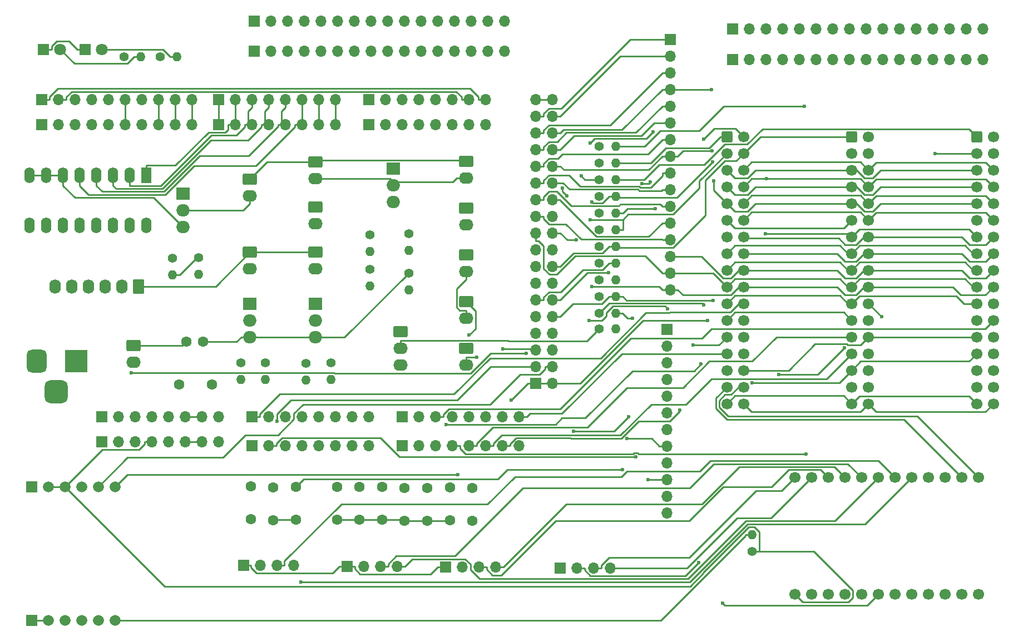
<source format=gbr>
%TF.GenerationSoftware,KiCad,Pcbnew,8.0.2-1*%
%TF.CreationDate,2024-08-11T12:42:59+10:00*%
%TF.ProjectId,Left Console Input and Output with Rotary,4c656674-2043-46f6-9e73-6f6c6520496e,rev?*%
%TF.SameCoordinates,Original*%
%TF.FileFunction,Copper,L1,Top*%
%TF.FilePolarity,Positive*%
%FSLAX46Y46*%
G04 Gerber Fmt 4.6, Leading zero omitted, Abs format (unit mm)*
G04 Created by KiCad (PCBNEW 8.0.2-1) date 2024-08-11 12:42:59*
%MOMM*%
%LPD*%
G01*
G04 APERTURE LIST*
G04 Aperture macros list*
%AMRoundRect*
0 Rectangle with rounded corners*
0 $1 Rounding radius*
0 $2 $3 $4 $5 $6 $7 $8 $9 X,Y pos of 4 corners*
0 Add a 4 corners polygon primitive as box body*
4,1,4,$2,$3,$4,$5,$6,$7,$8,$9,$2,$3,0*
0 Add four circle primitives for the rounded corners*
1,1,$1+$1,$2,$3*
1,1,$1+$1,$4,$5*
1,1,$1+$1,$6,$7*
1,1,$1+$1,$8,$9*
0 Add four rect primitives between the rounded corners*
20,1,$1+$1,$2,$3,$4,$5,0*
20,1,$1+$1,$4,$5,$6,$7,0*
20,1,$1+$1,$6,$7,$8,$9,0*
20,1,$1+$1,$8,$9,$2,$3,0*%
G04 Aperture macros list end*
%TA.AperFunction,ComponentPad*%
%ADD10R,1.700000X1.700000*%
%TD*%
%TA.AperFunction,ComponentPad*%
%ADD11O,1.700000X1.700000*%
%TD*%
%TA.AperFunction,ComponentPad*%
%ADD12C,1.400000*%
%TD*%
%TA.AperFunction,ComponentPad*%
%ADD13O,1.400000X1.400000*%
%TD*%
%TA.AperFunction,ComponentPad*%
%ADD14C,1.600000*%
%TD*%
%TA.AperFunction,ComponentPad*%
%ADD15RoundRect,0.250000X-0.600000X-0.600000X0.600000X-0.600000X0.600000X0.600000X-0.600000X0.600000X0*%
%TD*%
%TA.AperFunction,ComponentPad*%
%ADD16C,1.700000*%
%TD*%
%TA.AperFunction,ComponentPad*%
%ADD17RoundRect,0.250000X-0.845000X0.620000X-0.845000X-0.620000X0.845000X-0.620000X0.845000X0.620000X0*%
%TD*%
%TA.AperFunction,ComponentPad*%
%ADD18O,2.190000X1.740000*%
%TD*%
%TA.AperFunction,ComponentPad*%
%ADD19RoundRect,0.250000X0.620000X0.845000X-0.620000X0.845000X-0.620000X-0.845000X0.620000X-0.845000X0*%
%TD*%
%TA.AperFunction,ComponentPad*%
%ADD20O,1.740000X2.190000*%
%TD*%
%TA.AperFunction,ComponentPad*%
%ADD21R,2.000000X1.905000*%
%TD*%
%TA.AperFunction,ComponentPad*%
%ADD22O,2.000000X1.905000*%
%TD*%
%TA.AperFunction,ComponentPad*%
%ADD23R,3.500000X3.500000*%
%TD*%
%TA.AperFunction,ComponentPad*%
%ADD24RoundRect,0.750000X-0.750000X-1.000000X0.750000X-1.000000X0.750000X1.000000X-0.750000X1.000000X0*%
%TD*%
%TA.AperFunction,ComponentPad*%
%ADD25RoundRect,0.875000X-0.875000X-0.875000X0.875000X-0.875000X0.875000X0.875000X-0.875000X0.875000X0*%
%TD*%
%TA.AperFunction,ComponentPad*%
%ADD26R,1.800000X1.800000*%
%TD*%
%TA.AperFunction,ComponentPad*%
%ADD27C,1.800000*%
%TD*%
%TA.AperFunction,ComponentPad*%
%ADD28R,1.600000X2.400000*%
%TD*%
%TA.AperFunction,ComponentPad*%
%ADD29O,1.600000X2.400000*%
%TD*%
%TA.AperFunction,ComponentPad*%
%ADD30R,1.665000X1.665000*%
%TD*%
%TA.AperFunction,ComponentPad*%
%ADD31C,1.665000*%
%TD*%
%TA.AperFunction,ViaPad*%
%ADD32C,0.600000*%
%TD*%
%TA.AperFunction,Conductor*%
%ADD33C,0.250000*%
%TD*%
G04 APERTURE END LIST*
D10*
%TO.P,J34,1,Pin_1*%
%TO.N,GND*%
X193980000Y-92380000D03*
D11*
%TO.P,J34,2,Pin_2*%
X196520000Y-92380000D03*
%TO.P,J34,3,Pin_3*%
%TO.N,SCLK*%
X193980000Y-89840000D03*
%TO.P,J34,4,Pin_4*%
%TO.N,ES1_RST*%
X196520000Y-89840000D03*
%TO.P,J34,5,Pin_5*%
%TO.N,MISO*%
X193980000Y-87300000D03*
%TO.P,J34,6,Pin_6*%
%TO.N,MOSI*%
X196520000Y-87300000D03*
%TO.P,J34,7,Pin_7*%
%TO.N,COL10*%
X193980000Y-84760000D03*
%TO.P,J34,8,Pin_8*%
%TO.N,COL11*%
X196520000Y-84760000D03*
%TO.P,J34,9,Pin_9*%
%TO.N,COL8*%
X193980000Y-82220000D03*
%TO.P,J34,10,Pin_10*%
%TO.N,COL9*%
X196520000Y-82220000D03*
%TO.P,J34,11,Pin_11*%
%TO.N,COL6*%
X193980000Y-79680000D03*
%TO.P,J34,12,Pin_12*%
%TO.N,COL7*%
X196520000Y-79680000D03*
%TO.P,J34,13,Pin_13*%
%TO.N,COL4*%
X193980000Y-77140000D03*
%TO.P,J34,14,Pin_14*%
%TO.N,COL5*%
X196520000Y-77140000D03*
%TO.P,J34,15,Pin_15*%
%TO.N,COL2*%
X193980000Y-74600000D03*
%TO.P,J34,16,Pin_16*%
%TO.N,COL3*%
X196520000Y-74600000D03*
%TO.P,J34,17,Pin_17*%
%TO.N,COL0*%
X193980000Y-72060000D03*
%TO.P,J34,18,Pin_18*%
%TO.N,COL1*%
X196520000Y-72060000D03*
%TO.P,J34,19,Pin_19*%
%TO.N,ROW14*%
X193980000Y-69520000D03*
%TO.P,J34,20,Pin_20*%
%TO.N,ROW15*%
X196520000Y-69520000D03*
%TO.P,J34,21,Pin_21*%
%TO.N,ROW12*%
X193980000Y-66980000D03*
%TO.P,J34,22,Pin_22*%
%TO.N,ROW13*%
X196520000Y-66980000D03*
%TO.P,J34,23,Pin_23*%
%TO.N,ROW10*%
X193980000Y-64440000D03*
%TO.P,J34,24,Pin_24*%
%TO.N,ROW11*%
X196520000Y-64440000D03*
%TO.P,J34,25,Pin_25*%
%TO.N,ROW8*%
X193980000Y-61900000D03*
%TO.P,J34,26,Pin_26*%
%TO.N,ROW9*%
X196520000Y-61900000D03*
%TO.P,J34,27,Pin_27*%
%TO.N,ROW6*%
X193980000Y-59360000D03*
%TO.P,J34,28,Pin_28*%
%TO.N,ROW7*%
X196520000Y-59360000D03*
%TO.P,J34,29,Pin_29*%
%TO.N,ROW4*%
X193980000Y-56820000D03*
%TO.P,J34,30,Pin_30*%
%TO.N,ROW5*%
X196520000Y-56820000D03*
%TO.P,J34,31,Pin_31*%
%TO.N,ROW2*%
X193980000Y-54280000D03*
%TO.P,J34,32,Pin_32*%
%TO.N,ROW3*%
X196520000Y-54280000D03*
%TO.P,J34,33,Pin_33*%
%TO.N,ROW0*%
X193980000Y-51740000D03*
%TO.P,J34,34,Pin_34*%
%TO.N,ROW1*%
X196520000Y-51740000D03*
%TO.P,J34,35,Pin_35*%
%TO.N,+5V*%
X193980000Y-49200000D03*
%TO.P,J34,36,Pin_36*%
X196520000Y-49200000D03*
%TD*%
D10*
%TO.P,J6,1,Pin_1*%
%TO.N,unconnected-(J6-Pin_1-Pad1)*%
X127940000Y-97460000D03*
D11*
%TO.P,J6,2,Pin_2*%
%TO.N,/IOREF*%
X130480000Y-97460000D03*
%TO.P,J6,3,Pin_3*%
%TO.N,/~{RESET}*%
X133020000Y-97460000D03*
%TO.P,J6,4,Pin_4*%
%TO.N,+3V3*%
X135560000Y-97460000D03*
%TO.P,J6,5,Pin_5*%
%TO.N,+5V*%
X138100000Y-97460000D03*
%TO.P,J6,6,Pin_6*%
%TO.N,GND*%
X140640000Y-97460000D03*
%TO.P,J6,7,Pin_7*%
X143180000Y-97460000D03*
%TO.P,J6,8,Pin_8*%
%TO.N,VCC*%
X145720000Y-97460000D03*
%TD*%
D10*
%TO.P,J17,1,Pin_1*%
%TO.N,VHF_AM_VOL*%
X150800000Y-97460000D03*
D11*
%TO.P,J17,2,Pin_2*%
%TO.N,VHF_FM_VOL*%
X153340000Y-97460000D03*
%TO.P,J17,3,Pin_3*%
%TO.N,UHF_VOL*%
X155880000Y-97460000D03*
%TO.P,J17,4,Pin_4*%
%TO.N,/A3*%
X158420000Y-97460000D03*
%TO.P,J17,5,Pin_5*%
%TO.N,/A4*%
X160960000Y-97460000D03*
%TO.P,J17,6,Pin_6*%
%TO.N,/A5*%
X163500000Y-97460000D03*
%TO.P,J17,7,Pin_7*%
%TO.N,/A6*%
X166040000Y-97460000D03*
%TO.P,J17,8,Pin_8*%
%TO.N,/A7*%
X168580000Y-97460000D03*
%TD*%
D10*
%TO.P,J29,1,Pin_1*%
%TO.N,/A8*%
X173660000Y-97460000D03*
D11*
%TO.P,J29,2,Pin_2*%
%TO.N,/A9*%
X176200000Y-97460000D03*
%TO.P,J29,3,Pin_3*%
%TO.N,UHF_PRESET_A*%
X178740000Y-97460000D03*
%TO.P,J29,4,Pin_4*%
%TO.N,UHF_PRESET_B*%
X181280000Y-97460000D03*
%TO.P,J29,5,Pin_5*%
%TO.N,VHF_FM_PRESET_A*%
X183820000Y-97460000D03*
%TO.P,J29,6,Pin_6*%
%TO.N,VHF_FM_PRESET_B*%
X186360000Y-97460000D03*
%TO.P,J29,7,Pin_7*%
%TO.N,VHF_AM_PRESET_A*%
X188900000Y-97460000D03*
%TO.P,J29,8,Pin_8*%
%TO.N,VHF_AM_PRESET_B*%
X191440000Y-97460000D03*
%TD*%
D10*
%TO.P,J2,1,Pin_1*%
%TO.N,SCL*%
X118796000Y-49200000D03*
D11*
%TO.P,J2,2,Pin_2*%
%TO.N,SDA*%
X121336000Y-49200000D03*
%TO.P,J2,3,Pin_3*%
%TO.N,/AREF*%
X123876000Y-49200000D03*
%TO.P,J2,4,Pin_4*%
%TO.N,GND*%
X126416000Y-49200000D03*
%TO.P,J2,5,Pin_5*%
%TO.N,/\u002A13*%
X128956000Y-49200000D03*
%TO.P,J2,6,Pin_6*%
%TO.N,/\u002A12*%
X131496000Y-49200000D03*
%TO.P,J2,7,Pin_7*%
%TO.N,BACKLIGHT*%
X134036000Y-49200000D03*
%TO.P,J2,8,Pin_8*%
%TO.N,SS*%
X136576000Y-49200000D03*
%TO.P,J2,9,Pin_9*%
%TO.N,FLOOD*%
X139116000Y-49200000D03*
%TO.P,J2,10,Pin_10*%
%TO.N,STROBE*%
X141656000Y-49200000D03*
%TD*%
D10*
%TO.P,J9,1,Pin_1*%
%TO.N,NAV*%
X145720000Y-49200000D03*
D11*
%TO.P,J9,2,Pin_2*%
%TO.N,O_ANTI_SKID*%
X148260000Y-49200000D03*
%TO.P,J9,3,Pin_3*%
%TO.N,O_COIL_L_YAW*%
X150800000Y-49200000D03*
%TO.P,J9,4,Pin_4*%
%TO.N,O_COIL_R_YAW*%
X153340000Y-49200000D03*
%TO.P,J9,5,Pin_5*%
%TO.N,O_COIL_L_PITCH*%
X155880000Y-49200000D03*
%TO.P,J9,6,Pin_6*%
%TO.N,O_COIL_R_PITCH*%
X158420000Y-49200000D03*
%TO.P,J9,7,Pin_7*%
%TO.N,TO_LED_1*%
X160960000Y-49200000D03*
%TO.P,J9,8,Pin_8*%
%TO.N,TO_LED_2*%
X163500000Y-49200000D03*
%TD*%
D10*
%TO.P,J22,1,Pin_1*%
%TO.N,/TX3{slash}14*%
X168580000Y-49200000D03*
D11*
%TO.P,J22,2,Pin_2*%
%TO.N,/RX3{slash}15*%
X171120000Y-49200000D03*
%TO.P,J22,3,Pin_3*%
%TO.N,I2C_SEL_RESET*%
X173660000Y-49200000D03*
%TO.P,J22,4,Pin_4*%
%TO.N,I2C_SEL_A0*%
X176200000Y-49200000D03*
%TO.P,J22,5,Pin_5*%
%TO.N,I2C_SEL_A1*%
X178740000Y-49200000D03*
%TO.P,J22,6,Pin_6*%
%TO.N,I2C_SEL_A2*%
X181280000Y-49200000D03*
%TO.P,J22,7,Pin_7*%
%TO.N,SDA*%
X183820000Y-49200000D03*
%TO.P,J22,8,Pin_8*%
%TO.N,SCL*%
X186360000Y-49200000D03*
%TD*%
D12*
%TO.P,R20,1*%
%TO.N,+5V*%
X203632000Y-69012000D03*
D13*
%TO.P,R20,2*%
%TO.N,COL2*%
X206172000Y-69012000D03*
%TD*%
D12*
%TO.P,R2,1*%
%TO.N,/\u002A12*%
X131280000Y-42700000D03*
D13*
%TO.P,R2,2*%
%TO.N,Net-(D2-A)*%
X133820000Y-42700000D03*
%TD*%
D12*
%TO.P,R10,1*%
%TO.N,GND*%
X174605000Y-75610000D03*
D13*
%TO.P,R10,2*%
%TO.N,Net-(Q4-G)*%
X174605000Y-78150000D03*
%TD*%
D14*
%TO.P,C4,1*%
%TO.N,VHF_AM_VOL*%
X150573300Y-108098300D03*
%TO.P,C4,2*%
%TO.N,GND*%
X150573300Y-113098300D03*
%TD*%
D12*
%TO.P,R22,1*%
%TO.N,+5V*%
X203632000Y-66472000D03*
D13*
%TO.P,R22,2*%
%TO.N,COL4*%
X206172000Y-66472000D03*
%TD*%
D10*
%TO.P,J35,1,Pin_1*%
%TO.N,+5V*%
X197660000Y-120500000D03*
D11*
%TO.P,J35,2,Pin_2*%
%TO.N,GND*%
X200200000Y-120500000D03*
%TO.P,J35,3,Pin_3*%
%TO.N,/OLED/SC7*%
X202740000Y-120500000D03*
%TO.P,J35,4,Pin_4*%
%TO.N,/OLED/SD7*%
X205280000Y-120500000D03*
%TD*%
D12*
%TO.P,R6,1*%
%TO.N,Net-(Q2-G)*%
X162800000Y-89300000D03*
D13*
%TO.P,R6,2*%
%TO.N,FLOOD*%
X162800000Y-91840000D03*
%TD*%
D12*
%TO.P,R25,1*%
%TO.N,+3V3*%
X226900000Y-118000000D03*
D13*
%TO.P,R25,2*%
%TO.N,Net-(U2-INT)*%
X226900000Y-115460000D03*
%TD*%
D10*
%TO.P,J10,1,Pin_1*%
%TO.N,Net-(J10-Pin_1)*%
X151100000Y-41900000D03*
D11*
%TO.P,J10,2,Pin_2*%
%TO.N,Net-(J10-Pin_2)*%
X153640000Y-41900000D03*
%TO.P,J10,3,Pin_3*%
%TO.N,Net-(J10-Pin_3)*%
X156180000Y-41900000D03*
%TO.P,J10,4,Pin_4*%
%TO.N,Net-(J10-Pin_4)*%
X158720000Y-41900000D03*
%TO.P,J10,5,Pin_5*%
%TO.N,Net-(J10-Pin_5)*%
X161260000Y-41900000D03*
%TO.P,J10,6,Pin_6*%
%TO.N,Net-(J10-Pin_6)*%
X163800000Y-41900000D03*
%TO.P,J10,7,Pin_7*%
%TO.N,Net-(J10-Pin_7)*%
X166340000Y-41900000D03*
%TO.P,J10,8,Pin_8*%
%TO.N,Net-(J10-Pin_8)*%
X168880000Y-41900000D03*
%TO.P,J10,9,Pin_9*%
%TO.N,Net-(J10-Pin_9)*%
X171420000Y-41900000D03*
%TO.P,J10,10,Pin_10*%
%TO.N,Net-(J10-Pin_10)*%
X173960000Y-41900000D03*
%TO.P,J10,11,Pin_11*%
%TO.N,Net-(J10-Pin_11)*%
X176500000Y-41900000D03*
%TO.P,J10,12,Pin_12*%
%TO.N,Net-(J10-Pin_12)*%
X179040000Y-41900000D03*
%TO.P,J10,13,Pin_13*%
%TO.N,Net-(J10-Pin_13)*%
X181580000Y-41900000D03*
%TO.P,J10,14,Pin_14*%
%TO.N,Net-(J10-Pin_14)*%
X184120000Y-41900000D03*
%TO.P,J10,15,Pin_15*%
%TO.N,Net-(J10-Pin_15)*%
X186660000Y-41900000D03*
%TO.P,J10,16,Pin_16*%
%TO.N,Net-(J10-Pin_16)*%
X189200000Y-41900000D03*
%TD*%
D10*
%TO.P,J20,1,Pin_1*%
%TO.N,+5V*%
X149460000Y-120100000D03*
D11*
%TO.P,J20,2,Pin_2*%
%TO.N,GND*%
X152000000Y-120100000D03*
%TO.P,J20,3,Pin_3*%
%TO.N,/OLED/SC4*%
X154540000Y-120100000D03*
%TO.P,J20,4,Pin_4*%
%TO.N,/OLED/SD4*%
X157080000Y-120100000D03*
%TD*%
D10*
%TO.P,J30,1,Pin_1*%
%TO.N,/A8*%
X173660000Y-101905000D03*
D11*
%TO.P,J30,2,Pin_2*%
%TO.N,/A9*%
X176200000Y-101905000D03*
%TO.P,J30,3,Pin_3*%
%TO.N,UHF_PRESET_A*%
X178740000Y-101905000D03*
%TO.P,J30,4,Pin_4*%
%TO.N,UHF_PRESET_B*%
X181280000Y-101905000D03*
%TO.P,J30,5,Pin_5*%
%TO.N,VHF_FM_PRESET_A*%
X183820000Y-101905000D03*
%TO.P,J30,6,Pin_6*%
%TO.N,VHF_FM_PRESET_B*%
X186360000Y-101905000D03*
%TO.P,J30,7,Pin_7*%
%TO.N,VHF_AM_PRESET_A*%
X188900000Y-101905000D03*
%TO.P,J30,8,Pin_8*%
%TO.N,VHF_AM_PRESET_B*%
X191440000Y-101905000D03*
%TD*%
D10*
%TO.P,J32,1,Pin_1*%
%TO.N,ROW0*%
X214400000Y-40050000D03*
D11*
%TO.P,J32,2,Pin_2*%
%TO.N,ROW1*%
X214400000Y-42590000D03*
%TO.P,J32,3,Pin_3*%
%TO.N,ROW2*%
X214400000Y-45130000D03*
%TO.P,J32,4,Pin_4*%
%TO.N,ROW3*%
X214400000Y-47670000D03*
%TO.P,J32,5,Pin_5*%
%TO.N,ROW4*%
X214400000Y-50210000D03*
%TO.P,J32,6,Pin_6*%
%TO.N,ROW5*%
X214400000Y-52750000D03*
%TO.P,J32,7,Pin_7*%
%TO.N,ROW6*%
X214400000Y-55290000D03*
%TO.P,J32,8,Pin_8*%
%TO.N,ROW7*%
X214400000Y-57830000D03*
%TO.P,J32,9,Pin_9*%
%TO.N,ROW8*%
X214400000Y-60370000D03*
%TO.P,J32,10,Pin_10*%
%TO.N,ROW9*%
X214400000Y-62910000D03*
%TO.P,J32,11,Pin_11*%
%TO.N,ROW10*%
X214400000Y-65450000D03*
%TO.P,J32,12,Pin_12*%
%TO.N,ROW11*%
X214400000Y-67990000D03*
%TO.P,J32,13,Pin_13*%
%TO.N,ROW12*%
X214400000Y-70530000D03*
%TO.P,J32,14,Pin_14*%
%TO.N,ROW13*%
X214400000Y-73070000D03*
%TO.P,J32,15,Pin_15*%
%TO.N,ROW14*%
X214400000Y-75610000D03*
%TO.P,J32,16,Pin_16*%
%TO.N,ROW15*%
X214400000Y-78150000D03*
%TD*%
D14*
%TO.P,C17,1*%
%TO.N,+12V*%
X140800000Y-86050000D03*
%TO.P,C17,2*%
%TO.N,GND*%
X143300000Y-86050000D03*
%TD*%
%TO.P,C14,1*%
%TO.N,/A9*%
X184300000Y-108300000D03*
%TO.P,C14,2*%
%TO.N,GND*%
X184300000Y-113300000D03*
%TD*%
D15*
%TO.P,J38,1,Pin_1*%
%TO.N,COL3*%
X242055000Y-54860000D03*
D16*
%TO.P,J38,2,Pin_2*%
%TO.N,COL4*%
X244595000Y-54860000D03*
%TO.P,J38,3,Pin_3*%
%TO.N,COL5*%
X242055000Y-57400000D03*
%TO.P,J38,4,Pin_4*%
%TO.N,COL6*%
X244595000Y-57400000D03*
%TO.P,J38,5,Pin_5*%
%TO.N,ROW0*%
X242055000Y-59940000D03*
%TO.P,J38,6,Pin_6*%
%TO.N,ROW1*%
X244595000Y-59940000D03*
%TO.P,J38,7,Pin_7*%
%TO.N,ROW2*%
X242055000Y-62480000D03*
%TO.P,J38,8,Pin_8*%
%TO.N,ROW3*%
X244595000Y-62480000D03*
%TO.P,J38,9,Pin_9*%
%TO.N,ROW4*%
X242055000Y-65020000D03*
%TO.P,J38,10,Pin_10*%
%TO.N,ROW5*%
X244595000Y-65020000D03*
%TO.P,J38,11,Pin_11*%
%TO.N,ROW6*%
X242055000Y-67560000D03*
%TO.P,J38,12,Pin_12*%
%TO.N,ROW7*%
X244595000Y-67560000D03*
%TO.P,J38,13,Pin_13*%
%TO.N,ROW8*%
X242055000Y-70100000D03*
%TO.P,J38,14,Pin_14*%
%TO.N,ROW9*%
X244595000Y-70100000D03*
%TO.P,J38,15,Pin_15*%
%TO.N,ROW10*%
X242055000Y-72640000D03*
%TO.P,J38,16,Pin_16*%
%TO.N,ROW11*%
X244595000Y-72640000D03*
%TO.P,J38,17,Pin_17*%
%TO.N,ROW12*%
X242055000Y-75180000D03*
%TO.P,J38,18,Pin_18*%
%TO.N,ROW13*%
X244595000Y-75180000D03*
%TO.P,J38,19,Pin_19*%
%TO.N,ROW14*%
X242055000Y-77720000D03*
%TO.P,J38,20,Pin_20*%
%TO.N,ROW15*%
X244595000Y-77720000D03*
%TO.P,J38,21,Pin_21*%
%TO.N,ANALOG_5V*%
X242055000Y-80260000D03*
%TO.P,J38,22,Pin_22*%
%TO.N,VHF_FM_VOL*%
X244595000Y-80260000D03*
%TO.P,J38,23,Pin_23*%
%TO.N,ANALOG_GND*%
X242055000Y-82800000D03*
%TO.P,J38,24,Pin_24*%
%TO.N,unconnected-(J38-Pin_24-Pad24)*%
X244595000Y-82800000D03*
%TO.P,J38,25,Pin_25*%
%TO.N,VHF_FM_PRESET_A*%
X242055000Y-85340000D03*
%TO.P,J38,26,Pin_26*%
%TO.N,GND*%
X244595000Y-85340000D03*
%TO.P,J38,27,Pin_27*%
%TO.N,VHF_FM_PRESET_B*%
X242055000Y-87880000D03*
%TO.P,J38,28,Pin_28*%
%TO.N,unconnected-(J38-Pin_28-Pad28)*%
X244595000Y-87880000D03*
%TO.P,J38,29,Pin_29*%
%TO.N,+5V*%
X242055000Y-90420000D03*
%TO.P,J38,30,Pin_30*%
%TO.N,GND*%
X244595000Y-90420000D03*
%TO.P,J38,31,Pin_31*%
%TO.N,VHF_FM_OLED_SC*%
X242055000Y-92960000D03*
%TO.P,J38,32,Pin_32*%
%TO.N,VHF_FM_OLED_SD*%
X244595000Y-92960000D03*
%TO.P,J38,33,Pin_33*%
%TO.N,+12V*%
X242055000Y-95500000D03*
%TO.P,J38,34,Pin_34*%
%TO.N,BACKLIGHT_-V*%
X244595000Y-95500000D03*
%TD*%
D15*
%TO.P,J37,1,Pin_1*%
%TO.N,COL7*%
X261050000Y-54860000D03*
D16*
%TO.P,J37,2,Pin_2*%
%TO.N,COL8*%
X263590000Y-54860000D03*
%TO.P,J37,3,Pin_3*%
%TO.N,COL9*%
X261050000Y-57400000D03*
%TO.P,J37,4,Pin_4*%
%TO.N,COL10*%
X263590000Y-57400000D03*
%TO.P,J37,5,Pin_5*%
%TO.N,ROW0*%
X261050000Y-59940000D03*
%TO.P,J37,6,Pin_6*%
%TO.N,ROW1*%
X263590000Y-59940000D03*
%TO.P,J37,7,Pin_7*%
%TO.N,ROW2*%
X261050000Y-62480000D03*
%TO.P,J37,8,Pin_8*%
%TO.N,ROW3*%
X263590000Y-62480000D03*
%TO.P,J37,9,Pin_9*%
%TO.N,ROW4*%
X261050000Y-65020000D03*
%TO.P,J37,10,Pin_10*%
%TO.N,ROW5*%
X263590000Y-65020000D03*
%TO.P,J37,11,Pin_11*%
%TO.N,ROW6*%
X261050000Y-67560000D03*
%TO.P,J37,12,Pin_12*%
%TO.N,ROW7*%
X263590000Y-67560000D03*
%TO.P,J37,13,Pin_13*%
%TO.N,ROW8*%
X261050000Y-70100000D03*
%TO.P,J37,14,Pin_14*%
%TO.N,ROW9*%
X263590000Y-70100000D03*
%TO.P,J37,15,Pin_15*%
%TO.N,ROW10*%
X261050000Y-72640000D03*
%TO.P,J37,16,Pin_16*%
%TO.N,ROW11*%
X263590000Y-72640000D03*
%TO.P,J37,17,Pin_17*%
%TO.N,ROW12*%
X261050000Y-75180000D03*
%TO.P,J37,18,Pin_18*%
%TO.N,ROW13*%
X263590000Y-75180000D03*
%TO.P,J37,19,Pin_19*%
%TO.N,ROW14*%
X261050000Y-77720000D03*
%TO.P,J37,20,Pin_20*%
%TO.N,ROW15*%
X263590000Y-77720000D03*
%TO.P,J37,21,Pin_21*%
%TO.N,ANALOG_5V*%
X261050000Y-80260000D03*
%TO.P,J37,22,Pin_22*%
%TO.N,UHF_VOL*%
X263590000Y-80260000D03*
%TO.P,J37,23,Pin_23*%
%TO.N,ANALOG_GND*%
X261050000Y-82800000D03*
%TO.P,J37,24,Pin_24*%
%TO.N,UHF_PRESET_A*%
X263590000Y-82800000D03*
%TO.P,J37,25,Pin_25*%
%TO.N,GND*%
X261050000Y-85340000D03*
%TO.P,J37,26,Pin_26*%
%TO.N,UHF_PRESET_B*%
X263590000Y-85340000D03*
%TO.P,J37,27,Pin_27*%
%TO.N,+5V*%
X261050000Y-87880000D03*
%TO.P,J37,28,Pin_28*%
%TO.N,GND*%
X263590000Y-87880000D03*
%TO.P,J37,29,Pin_29*%
%TO.N,UHF_PRESET_SC*%
X261050000Y-90420000D03*
%TO.P,J37,30,Pin_30*%
%TO.N,UHF_PRESET_SD*%
X263590000Y-90420000D03*
%TO.P,J37,31,Pin_31*%
%TO.N,UHF_CHANNEL_SC*%
X261050000Y-92960000D03*
%TO.P,J37,32,Pin_32*%
%TO.N,UHF_CHANNEL_SD*%
X263590000Y-92960000D03*
%TO.P,J37,33,Pin_33*%
%TO.N,+12V*%
X261050000Y-95500000D03*
%TO.P,J37,34,Pin_34*%
%TO.N,BACKLIGHT_-V*%
X263590000Y-95500000D03*
%TD*%
D17*
%TO.P,J23,1,Pin_1*%
%TO.N,+12V*%
X183350000Y-58590000D03*
D18*
%TO.P,J23,2,Pin_2*%
%TO.N,/LIGHTING/BACKLIGHT_-V*%
X183350000Y-61130000D03*
%TD*%
D12*
%TO.P,R5,1*%
%TO.N,GND*%
X149050000Y-89300000D03*
D13*
%TO.P,R5,2*%
%TO.N,Net-(Q3-G)*%
X149050000Y-91840000D03*
%TD*%
D12*
%TO.P,R16,1*%
%TO.N,+5V*%
X203560000Y-84100000D03*
D13*
%TO.P,R16,2*%
%TO.N,COL11*%
X206100000Y-84100000D03*
%TD*%
D14*
%TO.P,C1,1*%
%TO.N,/A4*%
X167136600Y-108171600D03*
%TO.P,C1,2*%
%TO.N,GND*%
X167136600Y-113171600D03*
%TD*%
D17*
%TO.P,J15,1,Pin_1*%
%TO.N,+12V*%
X160400000Y-65577500D03*
D18*
%TO.P,J15,2,Pin_2*%
%TO.N,/LIGHTING/BACKLIGHT_-V*%
X160400000Y-68117500D03*
%TD*%
D17*
%TO.P,J24,1,Pin_1*%
%TO.N,Net-(J24-Pin_1)*%
X173400000Y-84520000D03*
D18*
%TO.P,J24,2,Pin_2*%
%TO.N,+5V*%
X173400000Y-87060000D03*
%TO.P,J24,3,Pin_3*%
%TO.N,Net-(J24-Pin_3)*%
X173400000Y-89600000D03*
%TD*%
D17*
%TO.P,J14,1,Pin_1*%
%TO.N,+12V*%
X160400000Y-72460000D03*
D18*
%TO.P,J14,2,Pin_2*%
%TO.N,/LIGHTING/BACKLIGHT_-V*%
X160400000Y-75000000D03*
%TD*%
D14*
%TO.P,C3,1*%
%TO.N,/A3*%
X163704000Y-108116600D03*
%TO.P,C3,2*%
%TO.N,GND*%
X163704000Y-113116600D03*
%TD*%
D12*
%TO.P,R14,1*%
%TO.N,+5V*%
X203582000Y-61392000D03*
D13*
%TO.P,R14,2*%
%TO.N,COL7*%
X206122000Y-61392000D03*
%TD*%
D14*
%TO.P,C11,1*%
%TO.N,/A6*%
X174002000Y-108318300D03*
%TO.P,C11,2*%
%TO.N,GND*%
X174002000Y-113318300D03*
%TD*%
D10*
%TO.P,J7,1,Pin_1*%
%TO.N,unconnected-(J7-Pin_1-Pad1)*%
X127940000Y-101270000D03*
D11*
%TO.P,J7,2,Pin_2*%
%TO.N,/IOREF*%
X130480000Y-101270000D03*
%TO.P,J7,3,Pin_3*%
%TO.N,/~{RESET}*%
X133020000Y-101270000D03*
%TO.P,J7,4,Pin_4*%
%TO.N,+3V3*%
X135560000Y-101270000D03*
%TO.P,J7,5,Pin_5*%
%TO.N,+5V*%
X138100000Y-101270000D03*
%TO.P,J7,6,Pin_6*%
%TO.N,GND*%
X140640000Y-101270000D03*
%TO.P,J7,7,Pin_7*%
X143180000Y-101270000D03*
%TO.P,J7,8,Pin_8*%
%TO.N,VCC*%
X145720000Y-101270000D03*
%TD*%
D14*
%TO.P,C8,1*%
%TO.N,/A7*%
X177434600Y-108281600D03*
%TO.P,C8,2*%
%TO.N,GND*%
X177434600Y-113281600D03*
%TD*%
D12*
%TO.P,R12,1*%
%TO.N,Net-(J24-Pin_3)*%
X168750000Y-75060000D03*
D13*
%TO.P,R12,2*%
%TO.N,TO_LED_2*%
X168750000Y-77600000D03*
%TD*%
D12*
%TO.P,R15,1*%
%TO.N,+5V*%
X203632000Y-56312000D03*
D13*
%TO.P,R15,2*%
%TO.N,COL5*%
X206172000Y-56312000D03*
%TD*%
D12*
%TO.P,R23,1*%
%TO.N,+5V*%
X203582000Y-81712000D03*
D13*
%TO.P,R23,2*%
%TO.N,COL8*%
X206122000Y-81712000D03*
%TD*%
D17*
%TO.P,J4,1,Pin_1*%
%TO.N,+12V*%
X132750000Y-86650000D03*
D18*
%TO.P,J4,2,Pin_2*%
%TO.N,/COIL_ANTI_SKID*%
X132750000Y-89190000D03*
%TD*%
D10*
%TO.P,J39,1,Pin_1*%
%TO.N,Net-(J39-Pin_1)*%
X223910000Y-43150000D03*
D11*
%TO.P,J39,2,Pin_2*%
%TO.N,Net-(J39-Pin_2)*%
X226450000Y-43150000D03*
%TO.P,J39,3,Pin_3*%
%TO.N,Net-(J39-Pin_3)*%
X228990000Y-43150000D03*
%TO.P,J39,4,Pin_4*%
%TO.N,Net-(J39-Pin_4)*%
X231530000Y-43150000D03*
%TO.P,J39,5,Pin_5*%
%TO.N,Net-(J39-Pin_5)*%
X234070000Y-43150000D03*
%TO.P,J39,6,Pin_6*%
%TO.N,Net-(J39-Pin_6)*%
X236610000Y-43150000D03*
%TO.P,J39,7,Pin_7*%
%TO.N,Net-(J39-Pin_7)*%
X239150000Y-43150000D03*
%TO.P,J39,8,Pin_8*%
%TO.N,Net-(J39-Pin_8)*%
X241690000Y-43150000D03*
%TO.P,J39,9,Pin_9*%
%TO.N,Net-(J39-Pin_9)*%
X244230000Y-43150000D03*
%TO.P,J39,10,Pin_10*%
%TO.N,Net-(J39-Pin_10)*%
X246770000Y-43150000D03*
%TO.P,J39,11,Pin_11*%
%TO.N,Net-(J39-Pin_11)*%
X249310000Y-43150000D03*
%TO.P,J39,12,Pin_12*%
%TO.N,Net-(J39-Pin_12)*%
X251850000Y-43150000D03*
%TO.P,J39,13,Pin_13*%
%TO.N,Net-(J39-Pin_13)*%
X254390000Y-43150000D03*
%TO.P,J39,14,Pin_14*%
%TO.N,Net-(J39-Pin_14)*%
X256930000Y-43150000D03*
%TO.P,J39,15,Pin_15*%
%TO.N,Net-(J39-Pin_15)*%
X259470000Y-43150000D03*
%TO.P,J39,16,Pin_16*%
%TO.N,Net-(J39-Pin_16)*%
X262010000Y-43150000D03*
%TD*%
D10*
%TO.P,J40,1,Pin_1*%
%TO.N,Net-(J39-Pin_1)*%
X223910000Y-38500000D03*
D11*
%TO.P,J40,2,Pin_2*%
%TO.N,Net-(J39-Pin_2)*%
X226450000Y-38500000D03*
%TO.P,J40,3,Pin_3*%
%TO.N,Net-(J39-Pin_3)*%
X228990000Y-38500000D03*
%TO.P,J40,4,Pin_4*%
%TO.N,Net-(J39-Pin_4)*%
X231530000Y-38500000D03*
%TO.P,J40,5,Pin_5*%
%TO.N,Net-(J39-Pin_5)*%
X234070000Y-38500000D03*
%TO.P,J40,6,Pin_6*%
%TO.N,Net-(J39-Pin_6)*%
X236610000Y-38500000D03*
%TO.P,J40,7,Pin_7*%
%TO.N,Net-(J39-Pin_7)*%
X239150000Y-38500000D03*
%TO.P,J40,8,Pin_8*%
%TO.N,Net-(J39-Pin_8)*%
X241690000Y-38500000D03*
%TO.P,J40,9,Pin_9*%
%TO.N,Net-(J39-Pin_9)*%
X244230000Y-38500000D03*
%TO.P,J40,10,Pin_10*%
%TO.N,Net-(J39-Pin_10)*%
X246770000Y-38500000D03*
%TO.P,J40,11,Pin_11*%
%TO.N,Net-(J39-Pin_11)*%
X249310000Y-38500000D03*
%TO.P,J40,12,Pin_12*%
%TO.N,Net-(J39-Pin_12)*%
X251850000Y-38500000D03*
%TO.P,J40,13,Pin_13*%
%TO.N,Net-(J39-Pin_13)*%
X254390000Y-38500000D03*
%TO.P,J40,14,Pin_14*%
%TO.N,Net-(J39-Pin_14)*%
X256930000Y-38500000D03*
%TO.P,J40,15,Pin_15*%
%TO.N,Net-(J39-Pin_15)*%
X259470000Y-38500000D03*
%TO.P,J40,16,Pin_16*%
%TO.N,Net-(J39-Pin_16)*%
X262010000Y-38500000D03*
%TD*%
D15*
%TO.P,J36,1,Pin_1*%
%TO.N,COL0*%
X223060000Y-54860000D03*
D16*
%TO.P,J36,2,Pin_2*%
%TO.N,COL1*%
X225600000Y-54860000D03*
%TO.P,J36,3,Pin_3*%
%TO.N,COL2*%
X223060000Y-57400000D03*
%TO.P,J36,4,Pin_4*%
%TO.N,COL3*%
X225600000Y-57400000D03*
%TO.P,J36,5,Pin_5*%
%TO.N,ROW0*%
X223060000Y-59940000D03*
%TO.P,J36,6,Pin_6*%
%TO.N,ROW1*%
X225600000Y-59940000D03*
%TO.P,J36,7,Pin_7*%
%TO.N,ROW2*%
X223060000Y-62480000D03*
%TO.P,J36,8,Pin_8*%
%TO.N,ROW3*%
X225600000Y-62480000D03*
%TO.P,J36,9,Pin_9*%
%TO.N,ROW4*%
X223060000Y-65020000D03*
%TO.P,J36,10,Pin_10*%
%TO.N,ROW5*%
X225600000Y-65020000D03*
%TO.P,J36,11,Pin_11*%
%TO.N,ROW6*%
X223060000Y-67560000D03*
%TO.P,J36,12,Pin_12*%
%TO.N,ROW7*%
X225600000Y-67560000D03*
%TO.P,J36,13,Pin_13*%
%TO.N,ROW8*%
X223060000Y-70100000D03*
%TO.P,J36,14,Pin_14*%
%TO.N,ROW9*%
X225600000Y-70100000D03*
%TO.P,J36,15,Pin_15*%
%TO.N,ROW10*%
X223060000Y-72640000D03*
%TO.P,J36,16,Pin_16*%
%TO.N,ROW11*%
X225600000Y-72640000D03*
%TO.P,J36,17,Pin_17*%
%TO.N,ROW12*%
X223060000Y-75180000D03*
%TO.P,J36,18,Pin_18*%
%TO.N,ROW13*%
X225600000Y-75180000D03*
%TO.P,J36,19,Pin_19*%
%TO.N,ROW14*%
X223060000Y-77720000D03*
%TO.P,J36,20,Pin_20*%
%TO.N,ROW15*%
X225600000Y-77720000D03*
%TO.P,J36,21,Pin_21*%
%TO.N,ANALOG_5V*%
X223060000Y-80260000D03*
%TO.P,J36,22,Pin_22*%
%TO.N,VHF_AM_VOL*%
X225600000Y-80260000D03*
%TO.P,J36,23,Pin_23*%
%TO.N,ANALOG_GND*%
X223060000Y-82800000D03*
%TO.P,J36,24,Pin_24*%
%TO.N,unconnected-(J36-Pin_24-Pad24)*%
X225600000Y-82800000D03*
%TO.P,J36,25,Pin_25*%
%TO.N,VHF_AM_PRESET_A*%
X223060000Y-85340000D03*
%TO.P,J36,26,Pin_26*%
%TO.N,GND*%
X225600000Y-85340000D03*
%TO.P,J36,27,Pin_27*%
%TO.N,VHF_AM_PRESET_B*%
X223060000Y-87880000D03*
%TO.P,J36,28,Pin_28*%
%TO.N,unconnected-(J36-Pin_28-Pad28)*%
X225600000Y-87880000D03*
%TO.P,J36,29,Pin_29*%
%TO.N,+5V*%
X223060000Y-90420000D03*
%TO.P,J36,30,Pin_30*%
%TO.N,GND*%
X225600000Y-90420000D03*
%TO.P,J36,31,Pin_31*%
%TO.N,VHF_AM_OLED_SC*%
X223060000Y-92960000D03*
%TO.P,J36,32,Pin_32*%
%TO.N,VHF_AM_OLED_SD*%
X225600000Y-92960000D03*
%TO.P,J36,33,Pin_33*%
%TO.N,+12V*%
X223060000Y-95500000D03*
%TO.P,J36,34,Pin_34*%
%TO.N,BACKLIGHT_-V*%
X225600000Y-95500000D03*
%TD*%
D19*
%TO.P,J3,1,Pin_1*%
%TO.N,+12V*%
X133470000Y-77650000D03*
D20*
%TO.P,J3,2,Pin_2*%
%TO.N,COIL_L_YAW*%
X130930000Y-77650000D03*
%TO.P,J3,3,Pin_3*%
%TO.N,COIL_R_YAW*%
X128390000Y-77650000D03*
%TO.P,J3,4,Pin_4*%
%TO.N,COIL_L_PITCH*%
X125850000Y-77650000D03*
%TO.P,J3,5,Pin_5*%
%TO.N,COIL_R_PITCH*%
X123310000Y-77650000D03*
%TO.P,J3,6,Pin_6*%
%TO.N,unconnected-(J3-Pin_6-Pad6)*%
X120770000Y-77650000D03*
%TD*%
D14*
%TO.P,C2,1*%
%TO.N,VHF_FM_VOL*%
X154006000Y-108245000D03*
%TO.P,C2,2*%
%TO.N,GND*%
X154006000Y-113245000D03*
%TD*%
D17*
%TO.P,J8,1,Pin_1*%
%TO.N,+12V*%
X160400000Y-58695000D03*
D18*
%TO.P,J8,2,Pin_2*%
%TO.N,/LIGHTING/BACKLIGHT_-V*%
X160400000Y-61235000D03*
%TD*%
D10*
%TO.P,J31,1,Pin_1*%
%TO.N,+5V*%
X180210000Y-120350000D03*
D11*
%TO.P,J31,2,Pin_2*%
%TO.N,GND*%
X182750000Y-120350000D03*
%TO.P,J31,3,Pin_3*%
%TO.N,/OLED/SC6*%
X185290000Y-120350000D03*
%TO.P,J31,4,Pin_4*%
%TO.N,/OLED/SD6*%
X187830000Y-120350000D03*
%TD*%
D12*
%TO.P,R13,1*%
%TO.N,+5V*%
X203632000Y-58852000D03*
D13*
%TO.P,R13,2*%
%TO.N,COL0*%
X206172000Y-58852000D03*
%TD*%
D12*
%TO.P,R8,1*%
%TO.N,GND*%
X158980000Y-89335000D03*
D13*
%TO.P,R8,2*%
%TO.N,Net-(Q2-G)*%
X158980000Y-91875000D03*
%TD*%
D10*
%TO.P,J21,1,Pin_1*%
%TO.N,/TX3{slash}14*%
X168580000Y-53010000D03*
D11*
%TO.P,J21,2,Pin_2*%
%TO.N,/RX3{slash}15*%
X171120000Y-53010000D03*
%TO.P,J21,3,Pin_3*%
%TO.N,I2C_SEL_RESET*%
X173660000Y-53010000D03*
%TO.P,J21,4,Pin_4*%
%TO.N,I2C_SEL_A0*%
X176200000Y-53010000D03*
%TO.P,J21,5,Pin_5*%
%TO.N,I2C_SEL_A1*%
X178740000Y-53010000D03*
%TO.P,J21,6,Pin_6*%
%TO.N,I2C_SEL_A2*%
X181280000Y-53010000D03*
%TO.P,J21,7,Pin_7*%
%TO.N,SDA*%
X183820000Y-53010000D03*
%TO.P,J21,8,Pin_8*%
%TO.N,SCL*%
X186360000Y-53010000D03*
%TD*%
D17*
%TO.P,J25,1,Pin_1*%
%TO.N,+12V*%
X183350000Y-79980000D03*
D18*
%TO.P,J25,2,Pin_2*%
%TO.N,/LIGHTING/BACKLIGHT_-V*%
X183350000Y-82520000D03*
%TD*%
D12*
%TO.P,R7,1*%
%TO.N,Net-(Q3-G)*%
X152800000Y-89310000D03*
D13*
%TO.P,R7,2*%
%TO.N,STROBE*%
X152800000Y-91850000D03*
%TD*%
D12*
%TO.P,R4,1*%
%TO.N,Net-(Q1-G)*%
X142600000Y-73260000D03*
D13*
%TO.P,R4,2*%
%TO.N,NAV*%
X142600000Y-75800000D03*
%TD*%
D14*
%TO.P,C7,1*%
%TO.N,+12V*%
X139700000Y-92600000D03*
%TO.P,C7,2*%
%TO.N,GND*%
X144700000Y-92600000D03*
%TD*%
%TO.P,C6,1*%
%TO.N,/A5*%
X170569300Y-108135000D03*
%TO.P,C6,2*%
%TO.N,GND*%
X170569300Y-113135000D03*
%TD*%
D17*
%TO.P,J27,1,Pin_1*%
%TO.N,+12V*%
X183350000Y-87110000D03*
D18*
%TO.P,J27,2,Pin_2*%
%TO.N,/LIGHTING/BACKLIGHT_-V*%
X183350000Y-89650000D03*
%TD*%
D12*
%TO.P,R11,1*%
%TO.N,Net-(Q4-G)*%
X174605000Y-69660000D03*
D13*
%TO.P,R11,2*%
%TO.N,BACKLIGHT*%
X174605000Y-72200000D03*
%TD*%
D12*
%TO.P,R19,1*%
%TO.N,+5V*%
X203582000Y-63932000D03*
D13*
%TO.P,R19,2*%
%TO.N,COL1*%
X206122000Y-63932000D03*
%TD*%
D16*
%TO.P,U3,1,VCC*%
%TO.N,+3V3*%
X233400000Y-124500000D03*
%TO.P,U3,2,GND*%
%TO.N,GND*%
X235940000Y-124500000D03*
%TO.P,U3,3,SDA*%
%TO.N,SDA*%
X238480000Y-124500000D03*
%TO.P,U3,4,SCL*%
%TO.N,SCL*%
X241020000Y-124500000D03*
%TO.P,U3,5,~{RESET}*%
%TO.N,I2C_SEL_RESET*%
X243560000Y-124500000D03*
%TO.P,U3,6,A0*%
%TO.N,I2C_SEL_A0*%
X246100000Y-124500000D03*
%TO.P,U3,7,A1*%
%TO.N,I2C_SEL_A1*%
X248640000Y-124500000D03*
%TO.P,U3,8,A2*%
%TO.N,I2C_SEL_A2*%
X251180000Y-124500000D03*
%TO.P,U3,9,SD0*%
%TO.N,UHF_PRESET_SD*%
X253720000Y-124500000D03*
%TO.P,U3,10,SC0*%
%TO.N,UHF_PRESET_SC*%
X256260000Y-124500000D03*
%TO.P,U3,11,SD1*%
%TO.N,UHF_CHANNEL_SD*%
X258800000Y-124500000D03*
%TO.P,U3,12,SC1*%
%TO.N,UHF_CHANNEL_SC*%
X261340000Y-124500000D03*
%TO.P,U3,13,SD2*%
%TO.N,VHF_AM_OLED_SD*%
X261340000Y-106720000D03*
%TO.P,U3,14,SC2*%
%TO.N,VHF_AM_OLED_SC*%
X258800000Y-106720000D03*
%TO.P,U3,15,SD3*%
%TO.N,VHF_FM_OLED_SD*%
X256260000Y-106720000D03*
%TO.P,U3,16,SC3*%
%TO.N,VHF_FM_OLED_SC*%
X253720000Y-106720000D03*
%TO.P,U3,17,SD4*%
%TO.N,/OLED/SD4*%
X251180000Y-106720000D03*
%TO.P,U3,18,SC4*%
%TO.N,/OLED/SC4*%
X248640000Y-106720000D03*
%TO.P,U3,19,SD5*%
%TO.N,/OLED/SD5*%
X246100000Y-106720000D03*
%TO.P,U3,20,SC5*%
%TO.N,/OLED/SC5*%
X243560000Y-106720000D03*
%TO.P,U3,21,SD6*%
%TO.N,/OLED/SD6*%
X241020000Y-106720000D03*
%TO.P,U3,22,SC6*%
%TO.N,/OLED/SC6*%
X238480000Y-106720000D03*
%TO.P,U3,23,SD7*%
%TO.N,/OLED/SD7*%
X235940000Y-106720000D03*
%TO.P,U3,24,SC7*%
%TO.N,/OLED/SC7*%
X233400000Y-106720000D03*
%TD*%
D21*
%TO.P,Q1,1,G*%
%TO.N,Net-(Q1-G)*%
X140250000Y-63520000D03*
D22*
%TO.P,Q1,2,D*%
%TO.N,Net-(J12-Pin_2)*%
X140250000Y-66060000D03*
%TO.P,Q1,3,S*%
%TO.N,GND*%
X140250000Y-68600000D03*
%TD*%
D21*
%TO.P,Q3,1,G*%
%TO.N,Net-(Q3-G)*%
X150450000Y-80270000D03*
D22*
%TO.P,Q3,2,D*%
%TO.N,Net-(J16-Pin_2)*%
X150450000Y-82810000D03*
%TO.P,Q3,3,S*%
%TO.N,GND*%
X150450000Y-85350000D03*
%TD*%
D21*
%TO.P,Q4,1,G*%
%TO.N,Net-(Q4-G)*%
X172255000Y-59710000D03*
D22*
%TO.P,Q4,2,D*%
%TO.N,/LIGHTING/BACKLIGHT_-V*%
X172255000Y-62250000D03*
%TO.P,Q4,3,S*%
%TO.N,GND*%
X172255000Y-64790000D03*
%TD*%
D10*
%TO.P,J13,1,Pin_1*%
%TO.N,NAV*%
X145720000Y-53010000D03*
D11*
%TO.P,J13,2,Pin_2*%
%TO.N,O_ANTI_SKID*%
X148260000Y-53010000D03*
%TO.P,J13,3,Pin_3*%
%TO.N,O_COIL_L_YAW*%
X150800000Y-53010000D03*
%TO.P,J13,4,Pin_4*%
%TO.N,O_COIL_R_YAW*%
X153340000Y-53010000D03*
%TO.P,J13,5,Pin_5*%
%TO.N,O_COIL_L_PITCH*%
X155880000Y-53010000D03*
%TO.P,J13,6,Pin_6*%
%TO.N,O_COIL_R_PITCH*%
X158420000Y-53010000D03*
%TO.P,J13,7,Pin_7*%
%TO.N,TO_LED_1*%
X160960000Y-53010000D03*
%TO.P,J13,8,Pin_8*%
%TO.N,TO_LED_2*%
X163500000Y-53010000D03*
%TD*%
D10*
%TO.P,J18,1,Pin_1*%
%TO.N,VHF_AM_VOL*%
X150800000Y-101905000D03*
D11*
%TO.P,J18,2,Pin_2*%
%TO.N,VHF_FM_VOL*%
X153340000Y-101905000D03*
%TO.P,J18,3,Pin_3*%
%TO.N,UHF_VOL*%
X155880000Y-101905000D03*
%TO.P,J18,4,Pin_4*%
%TO.N,/A3*%
X158420000Y-101905000D03*
%TO.P,J18,5,Pin_5*%
%TO.N,/A4*%
X160960000Y-101905000D03*
%TO.P,J18,6,Pin_6*%
%TO.N,/A5*%
X163500000Y-101905000D03*
%TO.P,J18,7,Pin_7*%
%TO.N,/A6*%
X166040000Y-101905000D03*
%TO.P,J18,8,Pin_8*%
%TO.N,/A7*%
X168580000Y-101905000D03*
%TD*%
D21*
%TO.P,Q2,1,G*%
%TO.N,Net-(Q2-G)*%
X160420000Y-80282500D03*
D22*
%TO.P,Q2,2,D*%
%TO.N,/LIGHTING/BACKLIGHT_-V*%
X160420000Y-82822500D03*
%TO.P,Q2,3,S*%
%TO.N,GND*%
X160420000Y-85362500D03*
%TD*%
D23*
%TO.P,J5,1,Pin_1*%
%TO.N,+12V*%
X124000000Y-89000000D03*
D24*
%TO.P,J5,2,Pin_2*%
%TO.N,GND*%
X118000000Y-89000000D03*
D25*
%TO.P,J5,3*%
%TO.N,N/C*%
X121000000Y-93700000D03*
%TD*%
D12*
%TO.P,R3,1*%
%TO.N,GND*%
X138700000Y-73370000D03*
D13*
%TO.P,R3,2*%
%TO.N,Net-(Q1-G)*%
X138700000Y-75910000D03*
%TD*%
D17*
%TO.P,J12,1,Pin_1*%
%TO.N,+12V*%
X150430000Y-61330000D03*
D18*
%TO.P,J12,2,Pin_2*%
%TO.N,Net-(J12-Pin_2)*%
X150430000Y-63870000D03*
%TD*%
D10*
%TO.P,J33,1,Pin_1*%
%TO.N,COL0*%
X213900000Y-84160000D03*
D11*
%TO.P,J33,2,Pin_2*%
%TO.N,COL1*%
X213900000Y-86700000D03*
%TO.P,J33,3,Pin_3*%
%TO.N,COL2*%
X213900000Y-89240000D03*
%TO.P,J33,4,Pin_4*%
%TO.N,COL3*%
X213900000Y-91780000D03*
%TO.P,J33,5,Pin_5*%
%TO.N,COL4*%
X213900000Y-94320000D03*
%TO.P,J33,6,Pin_6*%
%TO.N,COL5*%
X213900000Y-96860000D03*
%TO.P,J33,7,Pin_7*%
%TO.N,COL6*%
X213900000Y-99400000D03*
%TO.P,J33,8,Pin_8*%
%TO.N,COL7*%
X213900000Y-101940000D03*
%TO.P,J33,9,Pin_9*%
%TO.N,COL8*%
X213900000Y-104480000D03*
%TO.P,J33,10,Pin_10*%
%TO.N,COL9*%
X213900000Y-107020000D03*
%TO.P,J33,11,Pin_11*%
%TO.N,COL10*%
X213900000Y-109560000D03*
%TO.P,J33,12,Pin_12*%
%TO.N,COL11*%
X213900000Y-112100000D03*
%TD*%
D17*
%TO.P,J28,1,Pin_1*%
%TO.N,+12V*%
X183350000Y-65720000D03*
D18*
%TO.P,J28,2,Pin_2*%
%TO.N,/LIGHTING/BACKLIGHT_-V*%
X183350000Y-68260000D03*
%TD*%
D14*
%TO.P,C10,1*%
%TO.N,/A8*%
X180867300Y-108226600D03*
%TO.P,C10,2*%
%TO.N,GND*%
X180867300Y-113226600D03*
%TD*%
D12*
%TO.P,R17,1*%
%TO.N,+5V*%
X203632000Y-74092000D03*
D13*
%TO.P,R17,2*%
%TO.N,COL6*%
X206172000Y-74092000D03*
%TD*%
D12*
%TO.P,R18,1*%
%TO.N,+5V*%
X203632000Y-71552000D03*
D13*
%TO.P,R18,2*%
%TO.N,COL3*%
X206172000Y-71552000D03*
%TD*%
D17*
%TO.P,J16,1,Pin_1*%
%TO.N,+12V*%
X150430000Y-72460000D03*
D18*
%TO.P,J16,2,Pin_2*%
%TO.N,Net-(J16-Pin_2)*%
X150430000Y-75000000D03*
%TD*%
D12*
%TO.P,R9,1*%
%TO.N,Net-(J24-Pin_1)*%
X168750000Y-69810000D03*
D13*
%TO.P,R9,2*%
%TO.N,TO_LED_1*%
X168750000Y-72350000D03*
%TD*%
D26*
%TO.P,D1,1,K*%
%TO.N,GND*%
X125395000Y-41580000D03*
D27*
%TO.P,D1,2,A*%
%TO.N,Net-(D1-A)*%
X127935000Y-41580000D03*
%TD*%
D28*
%TO.P,U1,1,I1*%
%TO.N,O_ANTI_SKID*%
X134700000Y-60780000D03*
D29*
%TO.P,U1,2,I2*%
%TO.N,O_COIL_L_YAW*%
X132160000Y-60780000D03*
%TO.P,U1,3,I3*%
%TO.N,O_COIL_R_YAW*%
X129620000Y-60780000D03*
%TO.P,U1,4,I4*%
%TO.N,O_COIL_L_PITCH*%
X127080000Y-60780000D03*
%TO.P,U1,5,I5*%
%TO.N,O_COIL_R_PITCH*%
X124540000Y-60780000D03*
%TO.P,U1,6,I6*%
%TO.N,GND*%
X122000000Y-60780000D03*
%TO.P,U1,7,I7*%
X119460000Y-60780000D03*
%TO.P,U1,8,GND*%
X116920000Y-60780000D03*
%TO.P,U1,9,COM*%
%TO.N,+12V*%
X116920000Y-68400000D03*
%TO.P,U1,10,O7*%
%TO.N,unconnected-(U1-O7-Pad10)*%
X119460000Y-68400000D03*
%TO.P,U1,11,O6*%
%TO.N,unconnected-(U1-O6-Pad11)*%
X122000000Y-68400000D03*
%TO.P,U1,12,O5*%
%TO.N,COIL_R_PITCH*%
X124540000Y-68400000D03*
%TO.P,U1,13,O4*%
%TO.N,COIL_L_PITCH*%
X127080000Y-68400000D03*
%TO.P,U1,14,O3*%
%TO.N,COIL_R_YAW*%
X129620000Y-68400000D03*
%TO.P,U1,15,O2*%
%TO.N,COIL_L_YAW*%
X132160000Y-68400000D03*
%TO.P,U1,16,O1*%
%TO.N,/COIL_ANTI_SKID*%
X134700000Y-68400000D03*
%TD*%
D17*
%TO.P,J26,1,Pin_1*%
%TO.N,+12V*%
X183350000Y-72850000D03*
D18*
%TO.P,J26,2,Pin_2*%
%TO.N,/LIGHTING/BACKLIGHT_-V*%
X183350000Y-75390000D03*
%TD*%
D12*
%TO.P,R24,1*%
%TO.N,+5V*%
X203632000Y-79172000D03*
D13*
%TO.P,R24,2*%
%TO.N,COL9*%
X206172000Y-79172000D03*
%TD*%
D12*
%TO.P,R1,1*%
%TO.N,/\u002A13*%
X136830000Y-42700000D03*
D13*
%TO.P,R1,2*%
%TO.N,Net-(D1-A)*%
X139370000Y-42700000D03*
%TD*%
D30*
%TO.P,U2,A1,GND_1*%
%TO.N,GND*%
X117200000Y-128450000D03*
D31*
%TO.P,U2,A2,GND_2*%
X119740000Y-128450000D03*
%TO.P,U2,A3,MOSI*%
%TO.N,MOSI*%
X122280000Y-128450000D03*
%TO.P,U2,A4,SCLK*%
%TO.N,SCLK*%
X124820000Y-128450000D03*
%TO.P,U2,A5,CS*%
%TO.N,SS*%
X127360000Y-128450000D03*
%TO.P,U2,A6,INT*%
%TO.N,Net-(U2-INT)*%
X129900000Y-128450000D03*
D30*
%TO.P,U2,B1,GND_3*%
%TO.N,GND*%
X117200000Y-108130000D03*
D31*
%TO.P,U2,B2,3V3_1*%
%TO.N,+3V3*%
X119740000Y-108130000D03*
%TO.P,U2,B3,3V3_2*%
X122280000Y-108130000D03*
%TO.P,U2,B4,NC*%
%TO.N,unconnected-(U2-NC-PadB4)*%
X124820000Y-108130000D03*
%TO.P,U2,B5,RST*%
%TO.N,ES1_RST*%
X127360000Y-108130000D03*
%TO.P,U2,B6,MISO*%
%TO.N,MISO*%
X129900000Y-108130000D03*
%TD*%
D10*
%TO.P,J1,1,Pin_1*%
%TO.N,SCL*%
X118790000Y-53050000D03*
D11*
%TO.P,J1,2,Pin_2*%
%TO.N,SDA*%
X121330000Y-53050000D03*
%TO.P,J1,3,Pin_3*%
%TO.N,/AREF*%
X123870000Y-53050000D03*
%TO.P,J1,4,Pin_4*%
%TO.N,GND*%
X126410000Y-53050000D03*
%TO.P,J1,5,Pin_5*%
%TO.N,/\u002A13*%
X128950000Y-53050000D03*
%TO.P,J1,6,Pin_6*%
%TO.N,/\u002A12*%
X131490000Y-53050000D03*
%TO.P,J1,7,Pin_7*%
%TO.N,BACKLIGHT*%
X134030000Y-53050000D03*
%TO.P,J1,8,Pin_8*%
%TO.N,SS*%
X136570000Y-53050000D03*
%TO.P,J1,9,Pin_9*%
%TO.N,FLOOD*%
X139110000Y-53050000D03*
%TO.P,J1,10,Pin_10*%
%TO.N,STROBE*%
X141650000Y-53050000D03*
%TD*%
D14*
%TO.P,C5,1*%
%TO.N,UHF_VOL*%
X157438600Y-108153300D03*
%TO.P,C5,2*%
%TO.N,GND*%
X157438600Y-113153300D03*
%TD*%
D10*
%TO.P,J19,1,Pin_1*%
%TO.N,+5V*%
X165210000Y-120250000D03*
D11*
%TO.P,J19,2,Pin_2*%
%TO.N,GND*%
X167750000Y-120250000D03*
%TO.P,J19,3,Pin_3*%
%TO.N,/OLED/SC5*%
X170290000Y-120250000D03*
%TO.P,J19,4,Pin_4*%
%TO.N,/OLED/SD5*%
X172830000Y-120250000D03*
%TD*%
D10*
%TO.P,J11,1,Pin_1*%
%TO.N,Net-(J10-Pin_1)*%
X151100000Y-37250000D03*
D11*
%TO.P,J11,2,Pin_2*%
%TO.N,Net-(J10-Pin_2)*%
X153640000Y-37250000D03*
%TO.P,J11,3,Pin_3*%
%TO.N,Net-(J10-Pin_3)*%
X156180000Y-37250000D03*
%TO.P,J11,4,Pin_4*%
%TO.N,Net-(J10-Pin_4)*%
X158720000Y-37250000D03*
%TO.P,J11,5,Pin_5*%
%TO.N,Net-(J10-Pin_5)*%
X161260000Y-37250000D03*
%TO.P,J11,6,Pin_6*%
%TO.N,Net-(J10-Pin_6)*%
X163800000Y-37250000D03*
%TO.P,J11,7,Pin_7*%
%TO.N,Net-(J10-Pin_7)*%
X166340000Y-37250000D03*
%TO.P,J11,8,Pin_8*%
%TO.N,Net-(J10-Pin_8)*%
X168880000Y-37250000D03*
%TO.P,J11,9,Pin_9*%
%TO.N,Net-(J10-Pin_9)*%
X171420000Y-37250000D03*
%TO.P,J11,10,Pin_10*%
%TO.N,Net-(J10-Pin_10)*%
X173960000Y-37250000D03*
%TO.P,J11,11,Pin_11*%
%TO.N,Net-(J10-Pin_11)*%
X176500000Y-37250000D03*
%TO.P,J11,12,Pin_12*%
%TO.N,Net-(J10-Pin_12)*%
X179040000Y-37250000D03*
%TO.P,J11,13,Pin_13*%
%TO.N,Net-(J10-Pin_13)*%
X181580000Y-37250000D03*
%TO.P,J11,14,Pin_14*%
%TO.N,Net-(J10-Pin_14)*%
X184120000Y-37250000D03*
%TO.P,J11,15,Pin_15*%
%TO.N,Net-(J10-Pin_15)*%
X186660000Y-37250000D03*
%TO.P,J11,16,Pin_16*%
%TO.N,Net-(J10-Pin_16)*%
X189200000Y-37250000D03*
%TD*%
D26*
%TO.P,D2,1,K*%
%TO.N,GND*%
X119045000Y-41580000D03*
D27*
%TO.P,D2,2,A*%
%TO.N,Net-(D2-A)*%
X121585000Y-41580000D03*
%TD*%
D12*
%TO.P,R21,1*%
%TO.N,+5V*%
X203582000Y-76632000D03*
D13*
%TO.P,R21,2*%
%TO.N,COL10*%
X206122000Y-76632000D03*
%TD*%
D32*
%TO.N,SCLK*%
X154610000Y-98133000D03*
%TO.N,MISO*%
X182063500Y-106248000D03*
X188957900Y-87189300D03*
%TO.N,MOSI*%
X192542400Y-87860000D03*
X132353700Y-90766700D03*
%TO.N,ROW7*%
X220801200Y-57034800D03*
%TO.N,ROW8*%
X228879700Y-69626700D03*
%TO.N,COL1*%
X219484800Y-55268500D03*
X220852900Y-58725100D03*
X202477600Y-64778600D03*
%TO.N,COL2*%
X202205900Y-67501200D03*
%TO.N,ROW13*%
X202265500Y-55834800D03*
X198721500Y-63872800D03*
X211835000Y-54128900D03*
X198032800Y-62696100D03*
%TO.N,ROW15*%
X200085000Y-70575700D03*
X202456000Y-77708100D03*
%TO.N,ROW3*%
X220738400Y-47670000D03*
X229068200Y-61289400D03*
%TO.N,VHF_AM_PRESET_A*%
X217938300Y-86596100D03*
X215841300Y-96439700D03*
%TO.N,ROW4*%
X221070700Y-61573000D03*
%TO.N,UHF_PRESET_B*%
X235059100Y-103121500D03*
%TO.N,COL5*%
X234880500Y-50225500D03*
%TO.N,UHF_VOL*%
X207155300Y-105553100D03*
%TO.N,/LIGHTING/BACKLIGHT_-V*%
X184983600Y-88453300D03*
%TO.N,COL4*%
X211400400Y-61793400D03*
X210146900Y-62005700D03*
X202095200Y-82799500D03*
X214027100Y-81028700D03*
X212119400Y-65788700D03*
%TO.N,VHF_FM_VOL*%
X240905800Y-87020600D03*
X246586400Y-82251400D03*
X209173200Y-103607100D03*
X230941800Y-91055700D03*
%TO.N,+12V*%
X219125200Y-89421400D03*
X180307000Y-98636700D03*
X183765900Y-85079600D03*
%TO.N,I2C_SEL_A0*%
X222419800Y-125864000D03*
%TO.N,COL8*%
X208709600Y-82471200D03*
%TO.N,COL7*%
X205047300Y-75587800D03*
X207809100Y-100827200D03*
%TO.N,COL10*%
X208087100Y-97454200D03*
X199718200Y-99682500D03*
%TO.N,COL9*%
X254758900Y-57400000D03*
X220950700Y-79755100D03*
X211061100Y-107020000D03*
%TO.N,/OLED/SD4*%
X158225000Y-122607900D03*
%TO.N,GND*%
X190219700Y-94934000D03*
X218723700Y-119682400D03*
X220117400Y-82801900D03*
%TO.N,+5V*%
X200852700Y-60835200D03*
X219544800Y-80441800D03*
X226882100Y-92325700D03*
%TD*%
D33*
%TO.N,ANALOG_GND*%
X240864400Y-81609400D02*
X242055000Y-82800000D01*
X223060000Y-82800000D02*
X224250600Y-81609400D01*
X224250600Y-81609400D02*
X240864400Y-81609400D01*
%TO.N,SCLK*%
X154610000Y-97036600D02*
X154610000Y-98133000D01*
X181975400Y-94931200D02*
X156715400Y-94931200D01*
X193980000Y-89840000D02*
X187066600Y-89840000D01*
X187066600Y-89840000D02*
X181975400Y-94931200D01*
X156715400Y-94931200D02*
X154610000Y-97036600D01*
%TO.N,ES1_RST*%
X154728500Y-100278100D02*
X157150000Y-97856600D01*
X194534400Y-91016700D02*
X195343300Y-90207800D01*
X158514600Y-95607900D02*
X187019200Y-95607900D01*
X187019200Y-95607900D02*
X191610400Y-91016700D01*
X127360000Y-108130000D02*
X131790100Y-103699900D01*
X146367500Y-103699900D02*
X149789300Y-100278100D01*
X157150000Y-97856600D02*
X157150000Y-96972500D01*
X196520000Y-89840000D02*
X195343300Y-89840000D01*
X191610400Y-91016700D02*
X194534400Y-91016700D01*
X131790100Y-103699900D02*
X146367500Y-103699900D01*
X157150000Y-96972500D02*
X158514600Y-95607900D01*
X195343300Y-90207800D02*
X195343300Y-89840000D01*
X149789300Y-100278100D02*
X154728500Y-100278100D01*
%TO.N,MISO*%
X129900000Y-108130000D02*
X131782000Y-106248000D01*
X193869300Y-87189300D02*
X188957900Y-87189300D01*
X131782000Y-106248000D02*
X182063500Y-106248000D01*
X193980000Y-87300000D02*
X193869300Y-87189300D01*
%TO.N,MOSI*%
X187065300Y-87860000D02*
X192542400Y-87860000D01*
X184036800Y-90888500D02*
X187065300Y-87860000D01*
X163358300Y-90888500D02*
X184036800Y-90888500D01*
X132353700Y-90766700D02*
X163236500Y-90766700D01*
X163236500Y-90766700D02*
X163358300Y-90888500D01*
%TO.N,VHF_AM_VOL*%
X187001800Y-88570000D02*
X203819900Y-88570000D01*
X224886300Y-80260000D02*
X225600000Y-80260000D01*
X151976700Y-97460000D02*
X151976700Y-97092200D01*
X210734500Y-81655400D02*
X214286700Y-81655400D01*
X223614800Y-81531500D02*
X224886300Y-80260000D01*
X151976700Y-97092200D02*
X155034600Y-94034300D01*
X214410600Y-81531500D02*
X223614800Y-81531500D01*
X214286700Y-81655400D02*
X214410600Y-81531500D01*
X203819900Y-88570000D02*
X210734500Y-81655400D01*
X181537500Y-94034300D02*
X187001800Y-88570000D01*
X150800000Y-97460000D02*
X151976700Y-97460000D01*
X155034600Y-94034300D02*
X181537500Y-94034300D01*
%TO.N,BACKLIGHT_-V*%
X244595000Y-95500000D02*
X243403900Y-96691100D01*
X243403900Y-96691100D02*
X226791100Y-96691100D01*
X262384700Y-96705300D02*
X245800300Y-96705300D01*
X226791100Y-96691100D02*
X225600000Y-95500000D01*
X245800300Y-96705300D02*
X244595000Y-95500000D01*
X263590000Y-95500000D02*
X262384700Y-96705300D01*
%TO.N,ROW7*%
X216371900Y-57034800D02*
X220801200Y-57034800D01*
X244595000Y-67560000D02*
X245771700Y-66383300D01*
X196520000Y-59360000D02*
X197696700Y-59360000D01*
X225600000Y-67560000D02*
X226790600Y-66369400D01*
X211133500Y-59919800D02*
X213223300Y-57830000D01*
X262413300Y-66383300D02*
X263590000Y-67560000D01*
X243404400Y-66369400D02*
X244595000Y-67560000D01*
X215576700Y-57830000D02*
X216371900Y-57034800D01*
X214400000Y-57830000D02*
X213223300Y-57830000D01*
X197696700Y-59360000D02*
X198256500Y-59919800D01*
X214400000Y-57830000D02*
X215576700Y-57830000D01*
X198256500Y-59919800D02*
X211133500Y-59919800D01*
X245771700Y-66383300D02*
X262413300Y-66383300D01*
X226790600Y-66369400D02*
X243404400Y-66369400D01*
%TO.N,ROW8*%
X259873300Y-68923300D02*
X243231700Y-68923300D01*
X211447700Y-62632400D02*
X213223300Y-60856800D01*
X261050000Y-70100000D02*
X259873300Y-68923300D01*
X193980000Y-61900000D02*
X195156700Y-61900000D01*
X243231700Y-68923300D02*
X242055000Y-70100000D01*
X200760600Y-62423900D02*
X209678900Y-62423900D01*
X209678900Y-62423900D02*
X209887400Y-62632400D01*
X209887400Y-62632400D02*
X211447700Y-62632400D01*
X241581700Y-69626700D02*
X242055000Y-70100000D01*
X213223300Y-60856800D02*
X213223300Y-60370000D01*
X195156700Y-61532300D02*
X195974800Y-60714200D01*
X195156700Y-61900000D02*
X195156700Y-61532300D01*
X195974800Y-60714200D02*
X199050900Y-60714200D01*
X214400000Y-60370000D02*
X213223300Y-60370000D01*
X228879700Y-69626700D02*
X241581700Y-69626700D01*
X199050900Y-60714200D02*
X200760600Y-62423900D01*
%TO.N,COL1*%
X202657700Y-64958700D02*
X202477600Y-64778600D01*
X219484800Y-55268500D02*
X221128800Y-53624500D01*
X205608700Y-63932000D02*
X205095300Y-63932000D01*
X206122000Y-63932000D02*
X205608700Y-63932000D01*
X221128800Y-53624500D02*
X224364500Y-53624500D01*
X205095300Y-63932000D02*
X204068600Y-64958700D01*
X205608700Y-63932000D02*
X205794700Y-64118000D01*
X204068600Y-64958700D02*
X202657700Y-64958700D01*
X224364500Y-53624500D02*
X225600000Y-54860000D01*
X215460000Y-64118000D02*
X220852900Y-58725100D01*
X205794700Y-64118000D02*
X215460000Y-64118000D01*
%TO.N,ROW6*%
X214400000Y-55290000D02*
X213223300Y-55290000D01*
X211032300Y-57481000D02*
X213223300Y-55290000D01*
X240874400Y-68740600D02*
X224240600Y-68740600D01*
X195156700Y-59360000D02*
X195156700Y-58992200D01*
X195156700Y-58992200D02*
X195965600Y-58183300D01*
X224240600Y-68740600D02*
X223060000Y-67560000D01*
X198041000Y-57481000D02*
X211032300Y-57481000D01*
X195965600Y-58183300D02*
X197338700Y-58183300D01*
X242055000Y-67560000D02*
X240874400Y-68740600D01*
X193980000Y-59360000D02*
X195156700Y-59360000D01*
X197338700Y-58183300D02*
X198041000Y-57481000D01*
%TO.N,ANALOG_5V*%
X224250600Y-79069400D02*
X240279100Y-79069400D01*
X223060000Y-80260000D02*
X224250600Y-79069400D01*
X241469700Y-80260000D02*
X242055000Y-80260000D01*
X242055000Y-80260000D02*
X243231700Y-79083300D01*
X259106000Y-80260000D02*
X261050000Y-80260000D01*
X243231700Y-79083300D02*
X257929300Y-79083300D01*
X257929300Y-79083300D02*
X259106000Y-80260000D01*
X240279100Y-79069400D02*
X241469700Y-80260000D01*
%TO.N,ROW12*%
X200912500Y-70517000D02*
X213210300Y-70517000D01*
X223060000Y-75180000D02*
X224250600Y-73989400D01*
X213210300Y-70517000D02*
X213223300Y-70530000D01*
X195968600Y-68159700D02*
X198555300Y-68159700D01*
X214400000Y-70530000D02*
X213223300Y-70530000D01*
X259274100Y-73989400D02*
X260464700Y-75180000D01*
X243245600Y-73989400D02*
X259274100Y-73989400D01*
X198555300Y-68159700D02*
X200912500Y-70516900D01*
X193980000Y-66980000D02*
X195156700Y-66980000D01*
X241416200Y-75180000D02*
X242055000Y-75180000D01*
X260464700Y-75180000D02*
X261050000Y-75180000D01*
X240225600Y-73989400D02*
X241416200Y-75180000D01*
X195156700Y-66980000D02*
X195156700Y-67347800D01*
X195156700Y-67347800D02*
X195968600Y-68159700D01*
X224250600Y-73989400D02*
X240225600Y-73989400D01*
X242055000Y-75180000D02*
X243245600Y-73989400D01*
X200912500Y-70516900D02*
X200912500Y-70517000D01*
%TO.N,ROW2*%
X214400000Y-45130000D02*
X213223300Y-45130000D01*
X246424700Y-62480000D02*
X245216300Y-63688400D01*
X224268400Y-63688400D02*
X226174200Y-63688400D01*
X195156700Y-54280000D02*
X195156700Y-53912200D01*
X205250000Y-53103300D02*
X213223300Y-45130000D01*
X195965600Y-53103300D02*
X205250000Y-53103300D01*
X195156700Y-53912200D02*
X195965600Y-53103300D01*
X245216300Y-63688400D02*
X244020800Y-63688400D01*
X227382600Y-62480000D02*
X242055000Y-62480000D01*
X193980000Y-54280000D02*
X195156700Y-54280000D01*
X226174200Y-63688400D02*
X227382600Y-62480000D01*
X242812400Y-62480000D02*
X242055000Y-62480000D01*
X261050000Y-62480000D02*
X246424700Y-62480000D01*
X223060000Y-62480000D02*
X224268400Y-63688400D01*
X244020800Y-63688400D02*
X242812400Y-62480000D01*
%TO.N,ROW14*%
X220950000Y-75610000D02*
X214400000Y-75610000D01*
X214400000Y-75610000D02*
X213223300Y-75610000D01*
X223060000Y-77720000D02*
X220950000Y-75610000D01*
X240225600Y-76529400D02*
X241416200Y-77720000D01*
X224250600Y-76529400D02*
X240225600Y-76529400D01*
X242055000Y-77720000D02*
X243245600Y-76529400D01*
X194347800Y-70696700D02*
X193980000Y-70696700D01*
X195156700Y-71505600D02*
X194347800Y-70696700D01*
X241416200Y-77720000D02*
X242055000Y-77720000D01*
X259274100Y-76529400D02*
X260464700Y-77720000D01*
X195156700Y-74927600D02*
X195156700Y-71505600D01*
X199972700Y-73047300D02*
X197204100Y-75815900D01*
X243245600Y-76529400D02*
X259274100Y-76529400D01*
X197204100Y-75815900D02*
X196045000Y-75815900D01*
X196045000Y-75815900D02*
X195156700Y-74927600D01*
X193980000Y-69520000D02*
X193980000Y-70696700D01*
X210660600Y-73047300D02*
X199972700Y-73047300D01*
X213223300Y-75610000D02*
X210660600Y-73047300D01*
X260464700Y-77720000D02*
X261050000Y-77720000D01*
X223060000Y-77720000D02*
X224250600Y-76529400D01*
%TO.N,ROW11*%
X197696700Y-64587100D02*
X197696700Y-64440000D01*
X203166600Y-70057000D02*
X197696700Y-64587100D01*
X260018500Y-73830300D02*
X258828200Y-72640000D01*
X211156300Y-70057000D02*
X203166600Y-70057000D01*
X258828200Y-72640000D02*
X244595000Y-72640000D01*
X241023500Y-73830300D02*
X239833200Y-72640000D01*
X262399700Y-73830300D02*
X260018500Y-73830300D01*
X214400000Y-67990000D02*
X213223300Y-67990000D01*
X196520000Y-64440000D02*
X197696700Y-64440000D01*
X263590000Y-72640000D02*
X262399700Y-73830300D01*
X242691000Y-73830300D02*
X241023500Y-73830300D01*
X244595000Y-72640000D02*
X243881300Y-72640000D01*
X239833200Y-72640000D02*
X225600000Y-72640000D01*
X213223300Y-67990000D02*
X211156300Y-70057000D01*
X243881300Y-72640000D02*
X242691000Y-73830300D01*
%TO.N,ROW9*%
X258828200Y-70100000D02*
X244595000Y-70100000D01*
X260018500Y-71290300D02*
X258828200Y-70100000D01*
X243881300Y-70100000D02*
X244595000Y-70100000D01*
X263590000Y-70100000D02*
X262399700Y-71290300D01*
X262399700Y-71290300D02*
X260018500Y-71290300D01*
X225600000Y-70100000D02*
X225837200Y-70337200D01*
X213049200Y-63084100D02*
X209700300Y-63084100D01*
X199098500Y-62875500D02*
X198123000Y-61900000D01*
X199098500Y-62875600D02*
X199098500Y-62875500D01*
X209491800Y-62875600D02*
X199098500Y-62875600D01*
X240070400Y-70337200D02*
X241023500Y-71290300D01*
X241023500Y-71290300D02*
X242691000Y-71290300D01*
X242691000Y-71290300D02*
X243881300Y-70100000D01*
X196520000Y-61900000D02*
X197696700Y-61900000D01*
X213223300Y-62910000D02*
X213049200Y-63084100D01*
X209700300Y-63084100D02*
X209491800Y-62875600D01*
X225837200Y-70337200D02*
X240070400Y-70337200D01*
X214400000Y-62910000D02*
X213223300Y-62910000D01*
X198123000Y-61900000D02*
X197696700Y-61900000D01*
%TO.N,COL2*%
X214859500Y-66661800D02*
X208038100Y-66661800D01*
X223060000Y-57400000D02*
X223060000Y-57404300D01*
X206172000Y-69012000D02*
X207198700Y-69012000D01*
X208038100Y-66661800D02*
X207198700Y-67501200D01*
X218845000Y-62676300D02*
X214859500Y-66661800D01*
X223060000Y-57404300D02*
X218845000Y-61619300D01*
X207198700Y-69012000D02*
X207198700Y-67501200D01*
X207198700Y-67501200D02*
X202205900Y-67501200D01*
X218845000Y-61619300D02*
X218845000Y-62676300D01*
%TO.N,ROW13*%
X223634200Y-76388400D02*
X222485800Y-76388400D01*
X243881300Y-75180000D02*
X242691000Y-76370300D01*
X263590000Y-75180000D02*
X262399700Y-76370300D01*
X198032800Y-63184100D02*
X198721500Y-63872800D01*
X222485800Y-76388400D02*
X219167400Y-73070000D01*
X211835000Y-54128900D02*
X210819800Y-55144100D01*
X244595000Y-75180000D02*
X243881300Y-75180000D01*
X258828200Y-75180000D02*
X244595000Y-75180000D01*
X260018500Y-76370300D02*
X258828200Y-75180000D01*
X219167400Y-73070000D02*
X214400000Y-73070000D01*
X202956200Y-55144100D02*
X202265500Y-55834800D01*
X241023500Y-76370300D02*
X239833200Y-75180000D01*
X225600000Y-75180000D02*
X224842600Y-75180000D01*
X224842600Y-75180000D02*
X223634200Y-76388400D01*
X262399700Y-76370300D02*
X260018500Y-76370300D01*
X239833200Y-75180000D02*
X225600000Y-75180000D01*
X198032800Y-62696100D02*
X198032800Y-63184100D01*
X210819800Y-55144100D02*
X202956200Y-55144100D01*
X242691000Y-76370300D02*
X241023500Y-76370300D01*
%TO.N,ROW10*%
X223060000Y-72640000D02*
X224250600Y-71449400D01*
X197136500Y-63210800D02*
X196018200Y-63210800D01*
X260464700Y-72640000D02*
X261050000Y-72640000D01*
X240279100Y-71449400D02*
X241469700Y-72640000D01*
X213223300Y-65450000D02*
X212883100Y-65109800D01*
X241469700Y-72640000D02*
X242055000Y-72640000D01*
X243245600Y-71449400D02*
X259274100Y-71449400D01*
X199346300Y-65420600D02*
X197136500Y-63210800D01*
X193980000Y-64440000D02*
X195156700Y-64440000D01*
X242055000Y-72640000D02*
X243245600Y-71449400D01*
X212883100Y-65109800D02*
X206895400Y-65109800D01*
X224250600Y-71449400D02*
X240279100Y-71449400D01*
X206895400Y-65109800D02*
X206584600Y-65420600D01*
X259274100Y-71449400D02*
X260464700Y-72640000D01*
X196018200Y-63210800D02*
X195156700Y-64072300D01*
X195156700Y-64072300D02*
X195156700Y-64440000D01*
X214400000Y-65450000D02*
X213223300Y-65450000D01*
X206584600Y-65420600D02*
X199346300Y-65420600D01*
%TO.N,ROW1*%
X196520000Y-51740000D02*
X197696700Y-51740000D01*
X197696700Y-51740000D02*
X206846700Y-42590000D01*
X245771700Y-58763300D02*
X244595000Y-59940000D01*
X206846700Y-42590000D02*
X214400000Y-42590000D01*
X262413300Y-58763300D02*
X245771700Y-58763300D01*
X263590000Y-59940000D02*
X262413300Y-58763300D01*
X226790600Y-58749400D02*
X243404400Y-58749400D01*
X225600000Y-59940000D02*
X226790600Y-58749400D01*
X243404400Y-58749400D02*
X244595000Y-59940000D01*
%TO.N,ROW0*%
X195965600Y-50563300D02*
X197830200Y-50563300D01*
X242812400Y-59940000D02*
X242055000Y-59940000D01*
X193980000Y-51740000D02*
X195156700Y-51740000D01*
X195156700Y-51740000D02*
X195156700Y-51372200D01*
X261050000Y-59940000D02*
X246424700Y-59940000D01*
X246424700Y-59940000D02*
X245216300Y-61148400D01*
X223060000Y-59940000D02*
X224268400Y-61148400D01*
X227382600Y-59940000D02*
X242055000Y-59940000D01*
X245216300Y-61148400D02*
X244020800Y-61148400D01*
X195156700Y-51372200D02*
X195965600Y-50563300D01*
X244020800Y-61148400D02*
X242812400Y-59940000D01*
X197830200Y-50563300D02*
X208343500Y-40050000D01*
X226174200Y-61148400D02*
X227382600Y-59940000D01*
X224268400Y-61148400D02*
X226174200Y-61148400D01*
X208343500Y-40050000D02*
X214400000Y-40050000D01*
%TO.N,ROW15*%
X223668900Y-78937400D02*
X224886300Y-77720000D01*
X239833200Y-77720000D02*
X225600000Y-77720000D01*
X244595000Y-77720000D02*
X243884700Y-77720000D01*
X224886300Y-77720000D02*
X225600000Y-77720000D01*
X214400000Y-78150000D02*
X213223300Y-78150000D01*
X257430000Y-77720000D02*
X244595000Y-77720000D01*
X243884700Y-77720000D02*
X242694400Y-78910300D01*
X216364100Y-78937400D02*
X223668900Y-78937400D01*
X196520000Y-69520000D02*
X197696700Y-69520000D01*
X200085000Y-70575700D02*
X198752400Y-70575700D01*
X212781400Y-77708100D02*
X202456000Y-77708100D01*
X213223300Y-78150000D02*
X212781400Y-77708100D01*
X241023500Y-78910300D02*
X239833200Y-77720000D01*
X242694400Y-78910300D02*
X241023500Y-78910300D01*
X215576700Y-78150000D02*
X216364100Y-78937400D01*
X214875000Y-78150000D02*
X214400000Y-78150000D01*
X198752400Y-70575700D02*
X197696700Y-69520000D01*
X214875000Y-78150000D02*
X215576700Y-78150000D01*
X262385800Y-78924200D02*
X258634200Y-78924200D01*
X258634200Y-78924200D02*
X257430000Y-77720000D01*
X263590000Y-77720000D02*
X262385800Y-78924200D01*
%TO.N,VHF_AM_PRESET_B*%
X207071400Y-87880000D02*
X197943100Y-97008300D01*
X197943100Y-97008300D02*
X193068400Y-97008300D01*
X191440000Y-97460000D02*
X192616700Y-97460000D01*
X193068400Y-97008300D02*
X192616700Y-97460000D01*
X223060000Y-87880000D02*
X207071400Y-87880000D01*
%TO.N,ROW3*%
X244595000Y-62480000D02*
X245771700Y-61303300D01*
X213223300Y-47670000D02*
X207104300Y-53789000D01*
X198187700Y-53789000D02*
X197696700Y-54280000D01*
X214400000Y-47670000D02*
X213223300Y-47670000D01*
X207104300Y-53789000D02*
X198187700Y-53789000D01*
X245771700Y-61303300D02*
X262413300Y-61303300D01*
X196520000Y-54280000D02*
X197696700Y-54280000D01*
X243404400Y-61289400D02*
X229068200Y-61289400D01*
X262413300Y-61303300D02*
X263590000Y-62480000D01*
X214400000Y-47670000D02*
X220738400Y-47670000D01*
X226790600Y-61289400D02*
X225600000Y-62480000D01*
X229068200Y-61289400D02*
X226790600Y-61289400D01*
X244595000Y-62480000D02*
X243404400Y-61289400D01*
%TO.N,VHF_AM_PRESET_A*%
X199271600Y-100760900D02*
X206988900Y-100760900D01*
X190950500Y-100728300D02*
X199239000Y-100728300D01*
X221803900Y-86596100D02*
X217938300Y-86596100D01*
X209619800Y-98130000D02*
X214359300Y-98130000D01*
X199239000Y-100728300D02*
X199271600Y-100760900D01*
X190076700Y-101905000D02*
X190076700Y-101602100D01*
X206988900Y-100760900D02*
X209619800Y-98130000D01*
X214359300Y-98130000D02*
X215841300Y-96648000D01*
X223060000Y-85340000D02*
X221803900Y-86596100D01*
X188900000Y-101905000D02*
X190076700Y-101905000D01*
X215841300Y-96648000D02*
X215841300Y-96439700D01*
X190076700Y-101602100D02*
X190950500Y-100728300D01*
%TO.N,ROW4*%
X261050000Y-65020000D02*
X246424700Y-65020000D01*
X214400000Y-50210000D02*
X213223300Y-50210000D01*
X223060000Y-65020000D02*
X221070700Y-63030700D01*
X245216300Y-66228400D02*
X244020800Y-66228400D01*
X244020800Y-66228400D02*
X242812400Y-65020000D01*
X242055000Y-65020000D02*
X227426300Y-65020000D01*
X198611500Y-54240700D02*
X197208900Y-55643300D01*
X242812400Y-65020000D02*
X242055000Y-65020000D01*
X226235700Y-66210600D02*
X224250600Y-66210600D01*
X221070700Y-63030700D02*
X221070700Y-61573000D01*
X195156700Y-56452200D02*
X195156700Y-56820000D01*
X195965600Y-55643300D02*
X195156700Y-56452200D01*
X197208900Y-55643300D02*
X195965600Y-55643300D01*
X224250600Y-66210600D02*
X223060000Y-65020000D01*
X193980000Y-56820000D02*
X195156700Y-56820000D01*
X213223300Y-50210000D02*
X209192600Y-54240700D01*
X209192600Y-54240700D02*
X198611500Y-54240700D01*
X227426300Y-65020000D02*
X226235700Y-66210600D01*
X246424700Y-65020000D02*
X245216300Y-66228400D01*
%TO.N,ROW5*%
X213223300Y-52750000D02*
X211945800Y-52750000D01*
X210003400Y-54692400D02*
X199824300Y-54692400D01*
X226790600Y-63829400D02*
X243404400Y-63829400D01*
X243404400Y-63829400D02*
X244595000Y-65020000D01*
X262413300Y-63843300D02*
X263590000Y-65020000D01*
X244595000Y-65020000D02*
X245771700Y-63843300D01*
X199824300Y-54692400D02*
X197696700Y-56820000D01*
X225600000Y-65020000D02*
X226790600Y-63829400D01*
X211945800Y-52750000D02*
X210003400Y-54692400D01*
X214400000Y-52750000D02*
X213223300Y-52750000D01*
X196520000Y-56820000D02*
X197696700Y-56820000D01*
X245771700Y-63843300D02*
X262413300Y-63843300D01*
%TO.N,COL0*%
X220388300Y-56559900D02*
X213768900Y-56559900D01*
X211476800Y-58852000D02*
X207198700Y-58852000D01*
X222088200Y-54860000D02*
X220388300Y-56559900D01*
X213768900Y-56559900D02*
X211476800Y-58852000D01*
X206172000Y-58852000D02*
X207198700Y-58852000D01*
X223060000Y-54860000D02*
X222088200Y-54860000D01*
%TO.N,Net-(D1-A)*%
X137223300Y-41580000D02*
X138343300Y-42700000D01*
X127935000Y-41580000D02*
X137223300Y-41580000D01*
X139370000Y-42700000D02*
X138343300Y-42700000D01*
%TO.N,COL3*%
X196520000Y-74600000D02*
X197696700Y-74600000D01*
X199718000Y-72578700D02*
X197696700Y-74600000D01*
X205145300Y-71552000D02*
X204118600Y-72578700D01*
X219773300Y-66848500D02*
X219773300Y-61529300D01*
X222725900Y-58576700D02*
X224423300Y-58576700D01*
X228140000Y-54860000D02*
X242055000Y-54860000D01*
X225600000Y-57400000D02*
X228140000Y-54860000D01*
X219773300Y-61529300D02*
X222725900Y-58576700D01*
X224423300Y-58576700D02*
X225600000Y-57400000D01*
X205658700Y-71552000D02*
X205844700Y-71738000D01*
X205658700Y-71552000D02*
X205145300Y-71552000D01*
X205844700Y-71738000D02*
X214883800Y-71738000D01*
X206172000Y-71552000D02*
X205658700Y-71552000D01*
X204118600Y-72578700D02*
X199718000Y-72578700D01*
X214883800Y-71738000D02*
X219773300Y-66848500D01*
%TO.N,UHF_PRESET_B*%
X209573900Y-103121500D02*
X209432800Y-102980400D01*
X183305500Y-103121500D02*
X182456700Y-102272700D01*
X235059100Y-103121500D02*
X209573900Y-103121500D01*
X182456700Y-102272700D02*
X182456700Y-101905000D01*
X181280000Y-101905000D02*
X182456700Y-101905000D01*
X208913700Y-102980400D02*
X208772600Y-103121500D01*
X209432800Y-102980400D02*
X208913700Y-102980400D01*
X208772600Y-103121500D02*
X183305500Y-103121500D01*
%TO.N,Net-(D2-A)*%
X133820000Y-42700000D02*
X132793300Y-42700000D01*
X121585000Y-41580000D02*
X123731700Y-43726700D01*
X131766600Y-43726700D02*
X132793300Y-42700000D01*
X123731700Y-43726700D02*
X131766600Y-43726700D01*
%TO.N,COL5*%
X212905800Y-53944400D02*
X212905800Y-53944300D01*
X210538200Y-56312000D02*
X212905800Y-53944400D01*
X222578300Y-50225500D02*
X234880500Y-50225500D01*
X206172000Y-56312000D02*
X210538200Y-56312000D01*
X218859500Y-53944300D02*
X222578300Y-50225500D01*
X212905800Y-53944300D02*
X218859500Y-53944300D01*
%TO.N,UHF_PRESET_A*%
X197682700Y-96283300D02*
X208442700Y-85523300D01*
X179916700Y-97145800D02*
X180779200Y-96283300D01*
X179916700Y-97460000D02*
X179916700Y-97145800D01*
X178740000Y-97460000D02*
X179916700Y-97460000D01*
X180779200Y-96283300D02*
X197682700Y-96283300D01*
X262320000Y-84070000D02*
X263590000Y-82800000D01*
X219241400Y-85523300D02*
X220694700Y-84070000D01*
X220694700Y-84070000D02*
X262320000Y-84070000D01*
X208442700Y-85523300D02*
X219241400Y-85523300D01*
%TO.N,UHF_VOL*%
X207155300Y-105553100D02*
X189606400Y-105553100D01*
X189606400Y-105553100D02*
X188169600Y-106989900D01*
X158602000Y-106989900D02*
X157438600Y-108153300D01*
X188169600Y-106989900D02*
X158602000Y-106989900D01*
%TO.N,/\u002A12*%
X131490000Y-53050000D02*
X131490000Y-51873300D01*
X131490000Y-51873300D02*
X131496000Y-51867300D01*
X131496000Y-51867300D02*
X131496000Y-49200000D01*
%TO.N,/LIGHTING/BACKLIGHT_-V*%
X183350000Y-89650000D02*
X183350000Y-88453300D01*
X172255000Y-61742500D02*
X172255000Y-62250000D01*
X181897300Y-78039400D02*
X181897300Y-80842900D01*
X183350000Y-76586700D02*
X181897300Y-78039400D01*
X182377700Y-81323300D02*
X183350000Y-81323300D01*
X183350000Y-75390000D02*
X183350000Y-76586700D01*
X181315800Y-61742500D02*
X181928300Y-61130000D01*
X183350000Y-61130000D02*
X181928300Y-61130000D01*
X172255000Y-61742500D02*
X181315800Y-61742500D01*
X183350000Y-82520000D02*
X183350000Y-81323300D01*
X171747500Y-61235000D02*
X172255000Y-61742500D01*
X160400000Y-61235000D02*
X171747500Y-61235000D01*
X181897300Y-80842900D02*
X182377700Y-81323300D01*
X183350000Y-88453300D02*
X184983600Y-88453300D01*
%TO.N,FLOOD*%
X139110000Y-51873300D02*
X139116000Y-51867300D01*
X139116000Y-51867300D02*
X139116000Y-49200000D01*
X139110000Y-53050000D02*
X139110000Y-51873300D01*
%TO.N,+3V3*%
X236280300Y-118000000D02*
X227965900Y-118000000D01*
X233400000Y-124500000D02*
X234600600Y-125700600D01*
X227965900Y-115023900D02*
X227187200Y-114245200D01*
X219461400Y-121192200D02*
X219461400Y-121277100D01*
X227965900Y-118000000D02*
X227965900Y-115023900D01*
X227187200Y-114245200D02*
X226408400Y-114245200D01*
X241486100Y-125700600D02*
X242198400Y-124988300D01*
X242198400Y-124988300D02*
X242198400Y-123918100D01*
X219461400Y-121277100D02*
X217441200Y-123297300D01*
X122280000Y-108130000D02*
X127963300Y-102446700D01*
X217441200Y-123297300D02*
X137447300Y-123297300D01*
X119740000Y-108130000D02*
X122280000Y-108130000D01*
X242198400Y-123918100D02*
X236280300Y-118000000D01*
X135560000Y-101270000D02*
X134383300Y-101270000D01*
X137447300Y-123297300D02*
X122280000Y-108130000D01*
X133574400Y-102446700D02*
X134383300Y-101637800D01*
X226408400Y-114245200D02*
X219461400Y-121192200D01*
X134383300Y-101637800D02*
X134383300Y-101270000D01*
X234600600Y-125700600D02*
X241486100Y-125700600D01*
X227965900Y-118000000D02*
X226900000Y-118000000D01*
X127963300Y-102446700D02*
X133574400Y-102446700D01*
%TO.N,COL4*%
X204014400Y-82799500D02*
X202095200Y-82799500D01*
X207882000Y-65788700D02*
X207198700Y-66472000D01*
X205690100Y-80658500D02*
X204683200Y-81665400D01*
X212119400Y-65788700D02*
X207882000Y-65788700D01*
X213656900Y-80658500D02*
X205690100Y-80658500D01*
X211188100Y-62005700D02*
X211400400Y-61793400D01*
X214027100Y-81028700D02*
X213656900Y-80658500D01*
X210146900Y-62005700D02*
X211188100Y-62005700D01*
X206172000Y-66472000D02*
X207198700Y-66472000D01*
X204683200Y-82130700D02*
X204014400Y-82799500D01*
X204683200Y-81665400D02*
X204683200Y-82130700D01*
%TO.N,SS*%
X136570000Y-51873300D02*
X136576000Y-51867300D01*
X136570000Y-53050000D02*
X136570000Y-51873300D01*
X136576000Y-51867300D02*
X136576000Y-49200000D01*
%TO.N,VHF_FM_VOL*%
X236870700Y-91055700D02*
X230941800Y-91055700D01*
X153340000Y-101905000D02*
X154516700Y-101905000D01*
X170304200Y-100728300D02*
X155325600Y-100728300D01*
X154516700Y-101537200D02*
X154516700Y-101905000D01*
X173183000Y-103607100D02*
X170304200Y-100728300D01*
X155325600Y-100728300D02*
X154516700Y-101537200D01*
X244595000Y-80260000D02*
X246586400Y-82251400D01*
X240905800Y-87020600D02*
X236870700Y-91055700D01*
X209173200Y-103607100D02*
X173183000Y-103607100D01*
%TO.N,+12V*%
X150430000Y-72460000D02*
X160400000Y-72460000D01*
X140200000Y-86650000D02*
X140800000Y-86050000D01*
X183190800Y-58430800D02*
X183350000Y-58590000D01*
X223060000Y-95500000D02*
X224273800Y-94286200D01*
X224273800Y-94286200D02*
X240841200Y-94286200D01*
X153065000Y-58695000D02*
X160400000Y-58695000D01*
X133470000Y-77650000D02*
X145240000Y-77650000D01*
X160664200Y-58430800D02*
X183190800Y-58430800D01*
X150430000Y-61330000D02*
X153065000Y-58695000D01*
X160400000Y-58695000D02*
X160664200Y-58430800D01*
X201491000Y-97685000D02*
X208666000Y-90510000D01*
X240841200Y-94286200D02*
X242055000Y-95500000D01*
X218036600Y-90510000D02*
X219125200Y-89421400D01*
X196951400Y-98636700D02*
X197903100Y-97685000D01*
X208666000Y-90510000D02*
X218036600Y-90510000D01*
X183350000Y-79980000D02*
X184776300Y-81406300D01*
X243231700Y-94323300D02*
X242055000Y-95500000D01*
X132750000Y-86650000D02*
X140200000Y-86650000D01*
X261050000Y-95500000D02*
X259873300Y-94323300D01*
X197903100Y-97685000D02*
X201491000Y-97685000D01*
X184776300Y-84069200D02*
X183765900Y-85079600D01*
X180307000Y-98636700D02*
X196951400Y-98636700D01*
X145240000Y-77650000D02*
X150430000Y-72460000D01*
X184776300Y-81406300D02*
X184776300Y-84069200D01*
X259873300Y-94323300D02*
X243231700Y-94323300D01*
%TO.N,SCL*%
X118796000Y-49200000D02*
X119972700Y-49200000D01*
X185183300Y-48832300D02*
X183918800Y-47567800D01*
X119972700Y-48832300D02*
X119972700Y-49200000D01*
X185183300Y-49200000D02*
X185183300Y-48832300D01*
X121237200Y-47567800D02*
X119972700Y-48832300D01*
X186360000Y-49200000D02*
X185183300Y-49200000D01*
X183918800Y-47567800D02*
X121237200Y-47567800D01*
%TO.N,COL6*%
X206172000Y-74092000D02*
X205145300Y-74092000D01*
X195156700Y-79312200D02*
X195967100Y-78501800D01*
X195967100Y-78501800D02*
X197770200Y-78501800D01*
X195156700Y-79680000D02*
X195156700Y-79312200D01*
X204118600Y-75118700D02*
X205145300Y-74092000D01*
X201153300Y-75118700D02*
X204118600Y-75118700D01*
X197770200Y-78501800D02*
X201153300Y-75118700D01*
X193980000Y-79680000D02*
X195156700Y-79680000D01*
%TO.N,SDA*%
X123321600Y-48023300D02*
X122512700Y-48832200D01*
X182643300Y-49200000D02*
X182643300Y-48832300D01*
X181834300Y-48023300D02*
X123321600Y-48023300D01*
X183820000Y-49200000D02*
X182643300Y-49200000D01*
X121336000Y-49200000D02*
X122512700Y-49200000D01*
X122512700Y-48832200D02*
X122512700Y-49200000D01*
X182643300Y-48832300D02*
X181834300Y-48023300D01*
%TO.N,I2C_SEL_A0*%
X246100000Y-124500000D02*
X244431300Y-126168700D01*
X222724500Y-126168700D02*
X222419800Y-125864000D01*
X244431300Y-126168700D02*
X222724500Y-126168700D01*
%TO.N,VHF_FM_PRESET_B*%
X220682300Y-91691500D02*
X238243500Y-91691500D01*
X199426100Y-100276600D02*
X199458700Y-100309200D01*
X216783800Y-95590000D02*
X220682300Y-91691500D01*
X206801700Y-100309200D02*
X211520900Y-95590000D01*
X238243500Y-91691500D02*
X242055000Y-87880000D01*
X188797300Y-100276600D02*
X199426100Y-100276600D01*
X187536700Y-101537200D02*
X188797300Y-100276600D01*
X187536700Y-101905000D02*
X187536700Y-101537200D01*
X199458700Y-100309200D02*
X206801700Y-100309200D01*
X211520900Y-95590000D02*
X216783800Y-95590000D01*
X186360000Y-101905000D02*
X187536700Y-101905000D01*
%TO.N,VHF_FM_PRESET_A*%
X199426100Y-99088400D02*
X199458700Y-99055800D01*
X183820000Y-101905000D02*
X184996700Y-101905000D01*
X184996700Y-101905000D02*
X184996700Y-101540100D01*
X226859900Y-89056700D02*
X230576600Y-85340000D01*
X199458700Y-99055800D02*
X201784100Y-99055800D01*
X230576600Y-85340000D02*
X242055000Y-85340000D01*
X184996700Y-101540100D02*
X187448400Y-99088400D01*
X220376100Y-89056800D02*
X220376100Y-89056700D01*
X201784100Y-99055800D02*
X207789900Y-93050000D01*
X207789900Y-93050000D02*
X216382900Y-93050000D01*
X216382900Y-93050000D02*
X220376100Y-89056800D01*
X220376100Y-89056700D02*
X226859900Y-89056700D01*
X187448400Y-99088400D02*
X199426100Y-99088400D01*
%TO.N,COL8*%
X208709600Y-82471200D02*
X207907900Y-82471200D01*
X207907900Y-82471200D02*
X207148700Y-81712000D01*
X206122000Y-81712000D02*
X207148700Y-81712000D01*
%TO.N,COL7*%
X226086500Y-56037700D02*
X222710800Y-56037700D01*
X220593400Y-58098400D02*
X219591700Y-59100100D01*
X212723300Y-101940000D02*
X211610500Y-100827200D01*
X220650100Y-58098400D02*
X220593400Y-58098400D01*
X222710800Y-56037700D02*
X220650100Y-58098400D01*
X201788900Y-75587800D02*
X205047300Y-75587800D01*
X261050000Y-54860000D02*
X259862900Y-53672900D01*
X228451300Y-53672900D02*
X226086500Y-56037700D01*
X211610500Y-100827200D02*
X207809100Y-100827200D01*
X196520000Y-79680000D02*
X197696700Y-79680000D01*
X197696700Y-79680000D02*
X201788900Y-75587800D01*
X212755400Y-59100100D02*
X210476500Y-61379000D01*
X259862900Y-53672900D02*
X228451300Y-53672900D01*
X207161700Y-61379000D02*
X207148700Y-61392000D01*
X219591700Y-59100100D02*
X212755400Y-59100100D01*
X206122000Y-61392000D02*
X207148700Y-61392000D01*
X213900000Y-101940000D02*
X212723300Y-101940000D01*
X210476500Y-61379000D02*
X207161700Y-61379000D01*
%TO.N,COL10*%
X205858800Y-99682500D02*
X199718200Y-99682500D01*
X208087100Y-97454200D02*
X205858800Y-99682500D01*
%TO.N,Net-(Q1-G)*%
X138700000Y-75910000D02*
X139726700Y-75910000D01*
X142376700Y-73260000D02*
X142600000Y-73260000D01*
X139726700Y-75910000D02*
X142376700Y-73260000D01*
%TO.N,COL9*%
X204006400Y-80310900D02*
X199605700Y-80310900D01*
X196520000Y-82220000D02*
X197696700Y-82220000D01*
X199605700Y-80310900D02*
X199605700Y-80311000D01*
X205145300Y-79172000D02*
X204006400Y-80310900D01*
X220950700Y-79755100D02*
X207781800Y-79755100D01*
X206172000Y-79172000D02*
X207198700Y-79172000D01*
X213900000Y-107020000D02*
X211061100Y-107020000D01*
X206172000Y-79172000D02*
X205145300Y-79172000D01*
X199605700Y-80311000D02*
X197696700Y-82220000D01*
X207781800Y-79755100D02*
X207198700Y-79172000D01*
X261050000Y-57400000D02*
X254758900Y-57400000D01*
%TO.N,VHF_AM_OLED_SD*%
X222756700Y-94136700D02*
X223665900Y-94136700D01*
X252059000Y-97439000D02*
X223240600Y-97439000D01*
X224842600Y-92960000D02*
X225600000Y-92960000D01*
X221853600Y-95039800D02*
X222756700Y-94136700D01*
X223240600Y-97439000D02*
X221853600Y-96052000D01*
X223665900Y-94136700D02*
X224842600Y-92960000D01*
X221853600Y-96052000D02*
X221853600Y-95039800D01*
X261340000Y-106720000D02*
X252059000Y-97439000D01*
%TO.N,VHF_AM_OLED_SC*%
X258800000Y-106720000D02*
X249995000Y-97915000D01*
X223077800Y-97915000D02*
X221401900Y-96239100D01*
X221401900Y-94618100D02*
X223060000Y-92960000D01*
X221401900Y-96239100D02*
X221401900Y-94618100D01*
X249995000Y-97915000D02*
X223077800Y-97915000D01*
%TO.N,/OLED/SD4*%
X226221300Y-113793500D02*
X217407000Y-122607800D01*
X244106500Y-113793500D02*
X226221300Y-113793500D01*
X217407000Y-122607800D02*
X217407000Y-122607900D01*
X251180000Y-106720000D02*
X244106500Y-113793500D01*
X217407000Y-122607900D02*
X158225000Y-122607900D01*
%TO.N,/OLED/SC4*%
X190830700Y-106590400D02*
X207004400Y-106590400D01*
X220505400Y-104185800D02*
X246105800Y-104185800D01*
X164354800Y-110800000D02*
X186621100Y-110800000D01*
X246105800Y-104185800D02*
X248640000Y-106720000D01*
X218898900Y-105792300D02*
X220505400Y-104185800D01*
X155716700Y-120100000D02*
X155716700Y-119438100D01*
X154540000Y-120100000D02*
X155716700Y-120100000D01*
X155716700Y-119438100D02*
X164354800Y-110800000D01*
X207802500Y-105792300D02*
X218898900Y-105792300D01*
X186621100Y-110800000D02*
X190830700Y-106590400D01*
X207004400Y-106590400D02*
X207802500Y-105792300D01*
%TO.N,/OLED/SD5*%
X175129700Y-119127000D02*
X174006700Y-120250000D01*
X185371900Y-122156200D02*
X184020000Y-120804300D01*
X225950800Y-113341800D02*
X217136400Y-122156200D01*
X246100000Y-106720000D02*
X239478200Y-113341800D01*
X184020000Y-119933300D02*
X183213700Y-119127000D01*
X172830000Y-120250000D02*
X174006700Y-120250000D01*
X184020000Y-120804300D02*
X184020000Y-119933300D01*
X217136400Y-122156200D02*
X185371900Y-122156200D01*
X239478200Y-113341800D02*
X225950800Y-113341800D01*
X183213700Y-119127000D02*
X175129700Y-119127000D01*
%TO.N,/OLED/SC5*%
X181643000Y-118621600D02*
X191974600Y-108290000D01*
X172727300Y-118621600D02*
X181643000Y-118621600D01*
X171466700Y-120250000D02*
X171466700Y-119882200D01*
X170290000Y-120250000D02*
X171466700Y-120250000D01*
X241479000Y-104639000D02*
X243560000Y-106720000D01*
X221009100Y-104639000D02*
X241479000Y-104639000D01*
X171466700Y-119882200D02*
X172727300Y-118621600D01*
X191974600Y-108290000D02*
X217358100Y-108290000D01*
X217358100Y-108290000D02*
X221009100Y-104639000D01*
%TO.N,/OLED/SD6*%
X224894000Y-105090700D02*
X239390700Y-105090700D01*
X219226300Y-110758400D02*
X224894000Y-105090700D01*
X187830000Y-120350000D02*
X189006700Y-120350000D01*
X239390700Y-105090700D02*
X241020000Y-106720000D01*
X189006700Y-120350000D02*
X198598300Y-110758400D01*
X198598300Y-110758400D02*
X219226300Y-110758400D01*
%TO.N,/OLED/SC6*%
X187359000Y-121581900D02*
X188667600Y-121581900D01*
X237302400Y-105542400D02*
X238480000Y-106720000D01*
X185290000Y-120350000D02*
X186466700Y-120350000D01*
X232435100Y-105542400D02*
X237302400Y-105542400D01*
X229836500Y-108141000D02*
X232435100Y-105542400D01*
X188667600Y-121581900D02*
X196972800Y-113276700D01*
X217346800Y-113276700D02*
X222482500Y-108141000D01*
X196972800Y-113276700D02*
X217346800Y-113276700D01*
X222482500Y-108141000D02*
X229836500Y-108141000D01*
X186466700Y-120689600D02*
X187359000Y-121581900D01*
X186466700Y-120350000D02*
X186466700Y-120689600D01*
%TO.N,/OLED/SC7*%
X205116600Y-118932300D02*
X217286600Y-118932300D01*
X231368200Y-108751800D02*
X233400000Y-106720000D01*
X217286600Y-118932300D02*
X227467100Y-108751800D01*
X203916700Y-120500000D02*
X203916700Y-120132200D01*
X203916700Y-120132200D02*
X205116600Y-118932300D01*
X202740000Y-120500000D02*
X203916700Y-120500000D01*
X227467100Y-108751800D02*
X231368200Y-108751800D01*
%TO.N,/OLED/SD7*%
X235940000Y-106720000D02*
X229769900Y-112890100D01*
X216998100Y-120498400D02*
X206458200Y-120498400D01*
X205280000Y-120500000D02*
X206456700Y-120500000D01*
X206458200Y-120498400D02*
X206458200Y-120498500D01*
X206458200Y-120498500D02*
X206456700Y-120500000D01*
X229769900Y-112890100D02*
X224606400Y-112890100D01*
X224606400Y-112890100D02*
X216998100Y-120498400D01*
%TO.N,GND*%
X159080800Y-85350000D02*
X159093300Y-85362500D01*
X119045000Y-41580000D02*
X120271700Y-41580000D01*
X154097700Y-113153300D02*
X154006000Y-113245000D01*
X120271700Y-41580000D02*
X120271700Y-41120000D01*
X119460000Y-60780000D02*
X122000000Y-60780000D01*
X193980000Y-92380000D02*
X196520000Y-92380000D01*
X122000000Y-62306700D02*
X123806800Y-64113500D01*
X120271700Y-41120000D02*
X121038400Y-40353300D01*
X202259000Y-121683200D02*
X216722900Y-121683200D01*
X243393800Y-86541200D02*
X241430900Y-86541200D01*
X121038400Y-40353300D02*
X122941600Y-40353300D01*
X244595000Y-85340000D02*
X243393800Y-86541200D01*
X193980000Y-92380000D02*
X192773700Y-92380000D01*
X143180000Y-97460000D02*
X140640000Y-97460000D01*
X143300000Y-86050000D02*
X148423300Y-86050000D01*
X173818700Y-113135000D02*
X174002000Y-113318300D01*
X164852500Y-85362500D02*
X160420000Y-85362500D01*
X201376700Y-120800900D02*
X202259000Y-121683200D01*
X261050000Y-85340000D02*
X244595000Y-85340000D01*
X167136600Y-113171600D02*
X167173200Y-113135000D01*
X150450000Y-85350000D02*
X159080800Y-85350000D01*
X157438600Y-113153300D02*
X154097700Y-113153300D01*
X232440900Y-90420000D02*
X225600000Y-90420000D01*
X216722900Y-121683200D02*
X218723700Y-119682400D01*
X123806800Y-64113500D02*
X135763500Y-64113500D01*
X125395000Y-41580000D02*
X124168300Y-41580000D01*
X196520000Y-92380000D02*
X200698400Y-92380000D01*
X149948000Y-85350000D02*
X150450000Y-85350000D01*
X135763500Y-64113500D02*
X140250000Y-68600000D01*
X170569300Y-113135000D02*
X173818700Y-113135000D01*
X180812300Y-113281600D02*
X180867300Y-113226600D01*
X122941600Y-40353300D02*
X124168300Y-41580000D01*
X236474500Y-86386400D02*
X232440900Y-90420000D01*
X163704000Y-113116600D02*
X167081600Y-113116600D01*
X167081600Y-113116600D02*
X167136600Y-113171600D01*
X210276500Y-82801900D02*
X220117400Y-82801900D01*
X143180000Y-101270000D02*
X140640000Y-101270000D01*
X116920000Y-60780000D02*
X119460000Y-60780000D01*
X167173200Y-113135000D02*
X170569300Y-113135000D01*
X160420000Y-85362500D02*
X159093300Y-85362500D01*
X122000000Y-60780000D02*
X122000000Y-62306700D01*
X241430900Y-86541200D02*
X241276100Y-86386400D01*
X241276100Y-86386400D02*
X236474500Y-86386400D01*
X192773700Y-92380000D02*
X190219700Y-94934000D01*
X200698400Y-92380000D02*
X210276500Y-82801900D01*
X177434600Y-113281600D02*
X180812300Y-113281600D01*
X200200000Y-120500000D02*
X201376700Y-120500000D01*
X174002000Y-113318300D02*
X174038700Y-113281600D01*
X174605000Y-75610000D02*
X164852500Y-85362500D01*
X119740000Y-128450000D02*
X117200000Y-128450000D01*
X148423300Y-86050000D02*
X149123300Y-85350000D01*
X201376700Y-120500000D02*
X201376700Y-120800900D01*
X174038700Y-113281600D02*
X177434600Y-113281600D01*
X149948000Y-85350000D02*
X149123300Y-85350000D01*
%TO.N,STROBE*%
X141650000Y-53050000D02*
X141650000Y-51873300D01*
X141656000Y-51867300D02*
X141656000Y-49200000D01*
X141650000Y-51873300D02*
X141656000Y-51867300D01*
%TO.N,+5V*%
X165210000Y-120250000D02*
X164033300Y-120250000D01*
X203582000Y-61392000D02*
X201409500Y-61392000D01*
X149460000Y-120100000D02*
X150636700Y-120100000D01*
X205087200Y-80206800D02*
X203582000Y-81712000D01*
X164033300Y-120250000D02*
X163006600Y-121276700D01*
X166386700Y-120617800D02*
X166386700Y-120250000D01*
X179033300Y-120350000D02*
X177956600Y-121426700D01*
X219309800Y-80206800D02*
X205087200Y-80206800D01*
X189795400Y-85963200D02*
X189695500Y-85863300D01*
X203560000Y-84100000D02*
X201696800Y-85963200D01*
X150636700Y-120467800D02*
X150636700Y-120100000D01*
X196520000Y-49200000D02*
X193980000Y-49200000D01*
X219544800Y-80441800D02*
X219309800Y-80206800D01*
X167195600Y-121426700D02*
X166386700Y-120617800D01*
X165210000Y-120250000D02*
X166386700Y-120250000D01*
X259873300Y-89056700D02*
X243418300Y-89056700D01*
X163006600Y-121276700D02*
X151445600Y-121276700D01*
X240149300Y-92325700D02*
X242055000Y-90420000D01*
X180210000Y-120350000D02*
X179033300Y-120350000D01*
X261050000Y-87880000D02*
X259873300Y-89056700D01*
X177956600Y-121426700D02*
X167195600Y-121426700D01*
X201696800Y-85963200D02*
X189795400Y-85963200D01*
X201409500Y-61392000D02*
X200852700Y-60835200D01*
X173400000Y-87060000D02*
X173400000Y-85863300D01*
X189695500Y-85863300D02*
X173400000Y-85863300D01*
X151445600Y-121276700D02*
X150636700Y-120467800D01*
X226882100Y-92325700D02*
X240149300Y-92325700D01*
X243418300Y-89056700D02*
X242055000Y-90420000D01*
%TO.N,Net-(J12-Pin_2)*%
X149436700Y-66060000D02*
X150430000Y-65066700D01*
X150430000Y-63870000D02*
X150430000Y-65066700D01*
X140250000Y-66060000D02*
X149436700Y-66060000D01*
%TO.N,O_COIL_R_PITCH*%
X158420000Y-52421700D02*
X158420000Y-49200000D01*
X124540000Y-62306700D02*
X125895100Y-63661800D01*
X141959100Y-59302100D02*
X151319000Y-59302100D01*
X158420000Y-53010000D02*
X157831700Y-53010000D01*
X125895100Y-63661800D02*
X137599400Y-63661800D01*
X124540000Y-60780000D02*
X124540000Y-62306700D01*
X151319000Y-59302100D02*
X157243300Y-53377800D01*
X157243300Y-53377800D02*
X157243300Y-53010000D01*
X157831700Y-53010000D02*
X157243300Y-53010000D01*
X137599400Y-63661800D02*
X141959100Y-59302100D01*
X157831700Y-53010000D02*
X158420000Y-52421700D01*
%TO.N,TO_LED_1*%
X160960000Y-53010000D02*
X160960000Y-49200000D01*
%TO.N,TO_LED_2*%
X163500000Y-53010000D02*
X163500000Y-49200000D01*
%TO.N,NAV*%
X145720000Y-53010000D02*
X145720000Y-49200000D01*
%TO.N,O_COIL_R_YAW*%
X152751700Y-53010000D02*
X152163300Y-53010000D01*
X137132200Y-62758400D02*
X144518900Y-55371700D01*
X144518900Y-55371700D02*
X150169300Y-55371700D01*
X129620000Y-60780000D02*
X129620000Y-62306700D01*
X152163300Y-53377700D02*
X152163300Y-53010000D01*
X153340000Y-53010000D02*
X152751700Y-53010000D01*
X152751700Y-50965000D02*
X153340000Y-50376700D01*
X152751700Y-53010000D02*
X152751700Y-50965000D01*
X130071700Y-62758400D02*
X137132200Y-62758400D01*
X150169300Y-55371700D02*
X152163300Y-53377700D01*
X153340000Y-49200000D02*
X153340000Y-50376700D01*
X129620000Y-62306700D02*
X130071700Y-62758400D01*
%TO.N,O_COIL_L_PITCH*%
X127983400Y-63210100D02*
X137412200Y-63210100D01*
X137412200Y-63210100D02*
X142838900Y-57783400D01*
X142838900Y-57783400D02*
X150232800Y-57783400D01*
X127080000Y-60780000D02*
X127080000Y-62306700D01*
X127080000Y-62306700D02*
X127983400Y-63210100D01*
X155291700Y-53010000D02*
X154703300Y-53010000D01*
X150232800Y-57783400D02*
X154703300Y-53312900D01*
X155291700Y-50965000D02*
X155880000Y-50376700D01*
X155880000Y-53010000D02*
X155291700Y-53010000D01*
X154703300Y-53312900D02*
X154703300Y-53010000D01*
X155880000Y-49200000D02*
X155880000Y-50376700D01*
X155291700Y-53010000D02*
X155291700Y-50965000D01*
%TO.N,O_ANTI_SKID*%
X148260000Y-52690000D02*
X148260000Y-49200000D01*
X148260000Y-53010000D02*
X147940000Y-53010000D01*
X144123300Y-54186700D02*
X139056700Y-59253300D01*
X134700000Y-60780000D02*
X134700000Y-59253300D01*
X147940000Y-53010000D02*
X148260000Y-52690000D01*
X146715600Y-54186700D02*
X144123300Y-54186700D01*
X139056700Y-59253300D02*
X134700000Y-59253300D01*
X147083300Y-53010000D02*
X147083300Y-53819000D01*
X147083300Y-53819000D02*
X146715600Y-54186700D01*
X147940000Y-53010000D02*
X147083300Y-53010000D01*
%TO.N,O_COIL_L_YAW*%
X150211700Y-53010000D02*
X150211700Y-50965000D01*
X150800000Y-53010000D02*
X150211700Y-53010000D01*
X150211700Y-50965000D02*
X150800000Y-50376700D01*
X136878600Y-62306700D02*
X132160000Y-62306700D01*
X150800000Y-49200000D02*
X150800000Y-50376700D01*
X150211700Y-53010000D02*
X149623300Y-53010000D01*
X148361900Y-54639100D02*
X144546200Y-54639100D01*
X149623300Y-53377700D02*
X148361900Y-54639100D01*
X132160000Y-60780000D02*
X132160000Y-62306700D01*
X144546200Y-54639100D02*
X136878600Y-62306700D01*
X149623300Y-53010000D02*
X149623300Y-53377700D01*
%TO.N,Net-(U2-INT)*%
X213015600Y-128450000D02*
X225873300Y-115592300D01*
X129900000Y-128450000D02*
X213015600Y-128450000D01*
X226900000Y-115460000D02*
X225873300Y-115460000D01*
X225873300Y-115592300D02*
X225873300Y-115460000D01*
%TD*%
M02*

</source>
